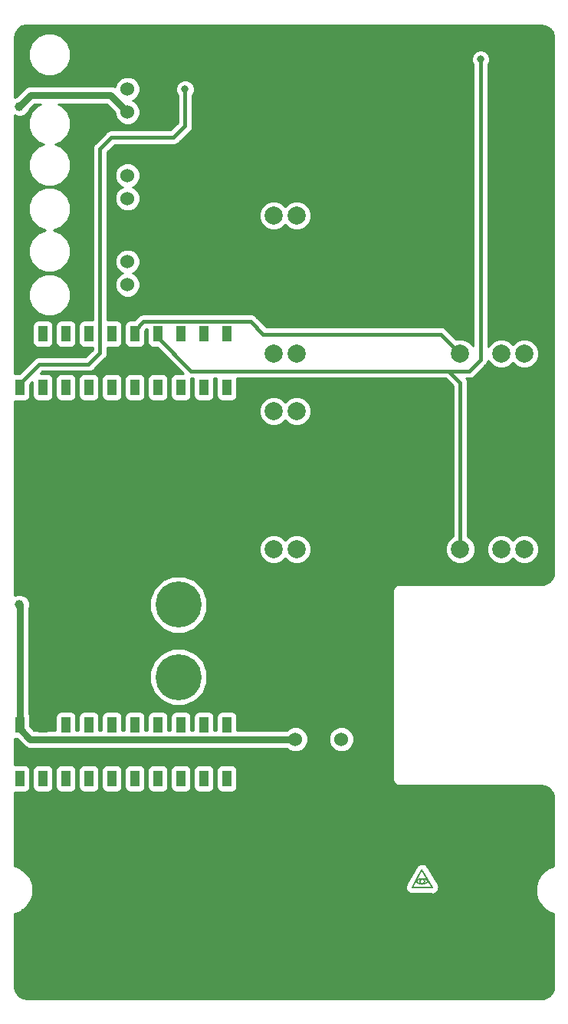
<source format=gbr>
G04 #@! TF.GenerationSoftware,KiCad,Pcbnew,(5.0.0)*
G04 #@! TF.CreationDate,2018-12-18T18:47:31-06:00*
G04 #@! TF.ProjectId,LightingBoard_Hardware,4C69676874696E67426F6172645F4861,rev?*
G04 #@! TF.SameCoordinates,Original*
G04 #@! TF.FileFunction,Copper,L2,Bot,Signal*
G04 #@! TF.FilePolarity,Positive*
%FSLAX46Y46*%
G04 Gerber Fmt 4.6, Leading zero omitted, Abs format (unit mm)*
G04 Created by KiCad (PCBNEW (5.0.0)) date 12/18/18 18:47:31*
%MOMM*%
%LPD*%
G01*
G04 APERTURE LIST*
G04 #@! TA.AperFunction,EtchedComponent*
%ADD10C,0.150000*%
G04 #@! TD*
G04 #@! TA.AperFunction,SMDPad,CuDef*
%ADD11R,0.990600X1.778000*%
G04 #@! TD*
G04 #@! TA.AperFunction,ComponentPad*
%ADD12C,2.000000*%
G04 #@! TD*
G04 #@! TA.AperFunction,ComponentPad*
%ADD13C,5.080000*%
G04 #@! TD*
G04 #@! TA.AperFunction,ComponentPad*
%ADD14C,1.524000*%
G04 #@! TD*
G04 #@! TA.AperFunction,ViaPad*
%ADD15C,1.000000*%
G04 #@! TD*
G04 #@! TA.AperFunction,ViaPad*
%ADD16C,0.800000*%
G04 #@! TD*
G04 #@! TA.AperFunction,Conductor*
%ADD17C,0.762000*%
G04 #@! TD*
G04 #@! TA.AperFunction,Conductor*
%ADD18C,0.381000*%
G04 #@! TD*
G04 #@! TA.AperFunction,Conductor*
%ADD19C,0.254000*%
G04 #@! TD*
G04 APERTURE END LIST*
D10*
G04 #@! TO.C,G\002A\002A\002A*
X148346160Y-136022080D02*
X147193000Y-134056120D01*
X147193000Y-134056120D02*
X146095720Y-135991600D01*
X146095720Y-135991600D02*
X148336000Y-136011920D01*
X147478821Y-135351520D02*
G75*
G03X147478821Y-135351520I-260421J0D01*
G01*
X146482683Y-135350587D02*
G75*
G02X147944840Y-135351520I730637J-691813D01*
G01*
X147889280Y-135355767D02*
G75*
G02X146491960Y-135341360I-691200J730687D01*
G01*
G04 #@! TD*
D11*
G04 #@! TO.P,U3,+5V*
G04 #@! TO.N,+5V*
X102768001Y-118083601D03*
G04 #@! TO.P,U3,GND*
G04 #@! TO.N,GND*
X105308001Y-118083601D03*
G04 #@! TO.P,U3,PE0*
G04 #@! TO.N,Net-(U3-PadPE0)*
X107848001Y-118083601D03*
G04 #@! TO.P,U3,PE1*
G04 #@! TO.N,Net-(U3-PadPE1)*
X110388001Y-118083601D03*
G04 #@! TO.P,U3,PE2*
G04 #@! TO.N,Net-(U3-PadPE2)*
X112928001Y-118083601D03*
G04 #@! TO.P,U3,PE3*
G04 #@! TO.N,Net-(U3-PadPE3)*
X115468001Y-118083601D03*
G04 #@! TO.P,U3,PD7*
G04 #@! TO.N,Net-(U3-PadPD7)*
X118008001Y-118083601D03*
G04 #@! TO.P,U3,PA6*
G04 #@! TO.N,Net-(U3-PadPA6)*
X120548001Y-118083601D03*
G04 #@! TO.P,U3,PM4*
G04 #@! TO.N,Net-(U3-PadPM4)*
X123088001Y-118083601D03*
G04 #@! TO.P,U3,PM5*
G04 #@! TO.N,Net-(U3-PadPM5)*
X125628001Y-118083601D03*
G04 #@! TO.P,U3,+3V3*
G04 #@! TO.N,Net-(U3-Pad+3V3)*
X102768001Y-123976401D03*
G04 #@! TO.P,U3,PE4*
G04 #@! TO.N,Net-(U3-PadPE4)*
X105308001Y-123976401D03*
G04 #@! TO.P,U3,PC4*
G04 #@! TO.N,Net-(U3-PadPC4)*
X107848001Y-123976401D03*
G04 #@! TO.P,U3,PC5*
G04 #@! TO.N,Net-(U3-PadPC5)*
X110388001Y-123976401D03*
G04 #@! TO.P,U3,PC6*
G04 #@! TO.N,Net-(U3-PadPC6)*
X112928001Y-123976401D03*
G04 #@! TO.P,U3,PE5*
G04 #@! TO.N,Net-(U3-PadPE5)*
X115468001Y-123976401D03*
G04 #@! TO.P,U3,PD3*
G04 #@! TO.N,Net-(U3-PadPD3)*
X118008001Y-123976401D03*
G04 #@! TO.P,U3,PC7*
G04 #@! TO.N,Net-(U3-PadPC7)*
X120548001Y-123976401D03*
G04 #@! TO.P,U3,PB2*
G04 #@! TO.N,Net-(U3-PadPB2)*
X123088001Y-123976401D03*
G04 #@! TO.P,U3,PB3*
G04 #@! TO.N,Net-(U3-PadPB3)*
X125628001Y-123976401D03*
G04 #@! TO.P,U3,PF1*
G04 #@! TO.N,Dout_NeoPixel*
X102768001Y-80796401D03*
G04 #@! TO.P,U3,PF2*
G04 #@! TO.N,Net-(U3-PadPF2)*
X105308001Y-80796401D03*
G04 #@! TO.P,U3,PF3*
G04 #@! TO.N,Net-(U3-PadPF3)*
X107848001Y-80796401D03*
G04 #@! TO.P,U3,PG0*
G04 #@! TO.N,Net-(U3-PadPG0)*
X110388001Y-80796401D03*
G04 #@! TO.P,U3,PL4*
G04 #@! TO.N,Net-(U3-PadPL4)*
X112928001Y-80796401D03*
G04 #@! TO.P,U3,PL5*
G04 #@! TO.N,Net-(U3-PadPL5)*
X115468001Y-80796401D03*
G04 #@! TO.P,U3,PL0*
G04 #@! TO.N,Net-(U3-PadPL0)*
X118008001Y-80796401D03*
G04 #@! TO.P,U3,PL1*
G04 #@! TO.N,Net-(U3-PadPL1)*
X120548001Y-80796401D03*
G04 #@! TO.P,U3,PL2*
G04 #@! TO.N,Net-(U3-PadPL2)*
X123088001Y-80796401D03*
G04 #@! TO.P,U3,PL3*
G04 #@! TO.N,Net-(U3-PadPL3)*
X125628001Y-80796401D03*
G04 #@! TO.P,U3,GND*
G04 #@! TO.N,GND*
X102768001Y-74903601D03*
G04 #@! TO.P,U3,PM3*
G04 #@! TO.N,Net-(U3-PadPM3)*
X105308001Y-74903601D03*
G04 #@! TO.P,U3,PH2*
G04 #@! TO.N,Net-(U3-PadPH2)*
X107848001Y-74903601D03*
G04 #@! TO.P,U3,PH3*
G04 #@! TO.N,Net-(U3-PadPH3)*
X110388001Y-74903601D03*
G04 #@! TO.P,U3,Rese*
G04 #@! TO.N,Net-(U3-PadRese)*
X112928001Y-74903601D03*
G04 #@! TO.P,U3,PD1*
G04 #@! TO.N,Headlight_OnOff_PWM2*
X115468001Y-74903601D03*
G04 #@! TO.P,U3,PD0*
G04 #@! TO.N,Headlight_OnOff_PWM1*
X118008001Y-74903601D03*
G04 #@! TO.P,U3,PN2*
G04 #@! TO.N,Net-(U3-PadPN2)*
X120548001Y-74903601D03*
G04 #@! TO.P,U3,PN3*
G04 #@! TO.N,Net-(U3-PadPN3)*
X123088001Y-74903601D03*
G04 #@! TO.P,U3,PP2*
G04 #@! TO.N,Net-(U3-PadPP2)*
X125628001Y-74903601D03*
G04 #@! TD*
D12*
G04 #@! TO.P,U1,12*
G04 #@! TO.N,/Headlight_V1-*
X130810000Y-83439000D03*
G04 #@! TO.P,U1,11*
X133350000Y-83439000D03*
G04 #@! TO.P,U1,13*
G04 #@! TO.N,/Headlight_V1+*
X130810000Y-98679000D03*
G04 #@! TO.P,U1,14*
X133350000Y-98679000D03*
G04 #@! TO.P,U1,21*
G04 #@! TO.N,Headlight_OnOff_PWM1*
X151416000Y-98679000D03*
G04 #@! TO.P,U1,24*
G04 #@! TO.N,+12VA*
X158496000Y-98679000D03*
G04 #@! TO.P,U1,1*
G04 #@! TO.N,GND*
X158496000Y-83439000D03*
G04 #@! TO.P,U1,23*
G04 #@! TO.N,+12VA*
X155956000Y-98679000D03*
G04 #@! TO.P,U1,2*
G04 #@! TO.N,GND*
X155956000Y-83439000D03*
G04 #@! TD*
D13*
G04 #@! TO.P,Conn1,3*
G04 #@! TO.N,Net-(C2-Pad1)*
X120294400Y-112775000D03*
G04 #@! TO.P,Conn1,2*
G04 #@! TO.N,+12VA*
X120294400Y-104776000D03*
G04 #@! TO.P,Conn1,1*
G04 #@! TO.N,GND*
X120294400Y-96775000D03*
G04 #@! TD*
D14*
G04 #@! TO.P,Conn2,1*
G04 #@! TO.N,/Headlight_V1+*
X114681000Y-69469000D03*
G04 #@! TO.P,Conn2,2*
G04 #@! TO.N,/Headlight_V1-*
X114681000Y-66929000D03*
G04 #@! TD*
G04 #@! TO.P,Conn3,2*
G04 #@! TO.N,/Headlight_V2-*
X114681000Y-57404000D03*
G04 #@! TO.P,Conn3,1*
G04 #@! TO.N,/Headlight_V2+*
X114681000Y-59944000D03*
G04 #@! TD*
G04 #@! TO.P,Conn4,1*
G04 #@! TO.N,+5V*
X114681000Y-50419000D03*
G04 #@! TO.P,Conn4,2*
G04 #@! TO.N,Net-(Conn4-Pad2)*
X114681000Y-47879000D03*
G04 #@! TO.P,Conn4,3*
G04 #@! TO.N,GND*
X114681000Y-45339000D03*
G04 #@! TD*
D12*
G04 #@! TO.P,U2,2*
G04 #@! TO.N,GND*
X155956000Y-61849000D03*
G04 #@! TO.P,U2,23*
G04 #@! TO.N,+12VA*
X155956000Y-77089000D03*
G04 #@! TO.P,U2,1*
G04 #@! TO.N,GND*
X158496000Y-61849000D03*
G04 #@! TO.P,U2,24*
G04 #@! TO.N,+12VA*
X158496000Y-77089000D03*
G04 #@! TO.P,U2,21*
G04 #@! TO.N,Headlight_OnOff_PWM2*
X151416000Y-77089000D03*
G04 #@! TO.P,U2,14*
G04 #@! TO.N,/Headlight_V2+*
X133350000Y-77089000D03*
G04 #@! TO.P,U2,13*
X130810000Y-77089000D03*
G04 #@! TO.P,U2,11*
G04 #@! TO.N,/Headlight_V2-*
X133350000Y-61849000D03*
G04 #@! TO.P,U2,12*
X130810000Y-61849000D03*
G04 #@! TD*
D14*
G04 #@! TO.P,U4,1*
G04 #@! TO.N,Net-(C2-Pad1)*
X138303000Y-119634000D03*
G04 #@! TO.P,U4,2*
G04 #@! TO.N,GND*
X135763000Y-119634000D03*
G04 #@! TO.P,U4,3*
G04 #@! TO.N,+5V*
X133223000Y-119634000D03*
G04 #@! TD*
D15*
G04 #@! TO.N,+5V*
X102743000Y-104775000D03*
X102743000Y-49784000D03*
D16*
G04 #@! TO.N,Dout_NeoPixel*
X121031000Y-47879000D03*
G04 #@! TO.N,Headlight_OnOff_PWM1*
X153670000Y-44605000D03*
G04 #@! TD*
D17*
G04 #@! TO.N,+5V*
X102768001Y-118477301D02*
X102768001Y-118083601D01*
X102768001Y-118477301D02*
X103924700Y-119634000D01*
X133223000Y-119634000D02*
X103924700Y-119634000D01*
X102768001Y-118083601D02*
X102768001Y-104800001D01*
X102768001Y-104800001D02*
X102743000Y-104775000D01*
X102743000Y-49784000D02*
X104013000Y-48514000D01*
X114681000Y-50419000D02*
X112776000Y-48514000D01*
X112776000Y-48514000D02*
X104013000Y-48514000D01*
D18*
G04 #@! TO.N,Dout_NeoPixel*
X102768001Y-80402701D02*
X104938702Y-78232000D01*
X102768001Y-80796401D02*
X102768001Y-80402701D01*
X104938702Y-78232000D02*
X110363000Y-78232000D01*
X110363000Y-78232000D02*
X111633000Y-76962000D01*
X111633000Y-76962000D02*
X111633000Y-54483000D01*
X111633000Y-54483000D02*
X112903000Y-53213000D01*
X112903000Y-53213000D02*
X119761000Y-53213000D01*
X119761000Y-53213000D02*
X121031000Y-51943000D01*
X121031000Y-51943000D02*
X121031000Y-47879000D01*
G04 #@! TO.N,Headlight_OnOff_PWM1*
X118008001Y-74903601D02*
X118008001Y-75297301D01*
X118008001Y-75297301D02*
X121704700Y-78994000D01*
X150114000Y-78994000D02*
X121704700Y-78994000D01*
X151416000Y-80296000D02*
X151416000Y-80296000D01*
X150114000Y-78994000D02*
X150114000Y-78994000D01*
X153670000Y-44605000D02*
X153670000Y-77724000D01*
X153670000Y-77724000D02*
X152400000Y-78994000D01*
X152400000Y-78994000D02*
X150114000Y-78994000D01*
X151416000Y-98679000D02*
X151416000Y-80296000D01*
X151416000Y-80296000D02*
X150114000Y-78994000D01*
G04 #@! TO.N,Headlight_OnOff_PWM2*
X115468001Y-74903601D02*
X115468001Y-75297301D01*
X149257000Y-74930000D02*
X151416000Y-77089000D01*
X129667000Y-74930000D02*
X149257000Y-74930000D01*
X128262951Y-73525951D02*
X129667000Y-74930000D01*
X116451951Y-73525951D02*
X128262951Y-73525951D01*
X115468001Y-74509901D02*
X116451951Y-73525951D01*
X115468001Y-74903601D02*
X115468001Y-74509901D01*
G04 #@! TD*
D19*
G04 #@! TO.N,GND*
G36*
X160795409Y-40902090D02*
X161134752Y-41056381D01*
X161417152Y-41299712D01*
X161619906Y-41612523D01*
X161733748Y-41993184D01*
X161748400Y-42190350D01*
X161748401Y-101168412D01*
X161688310Y-101588009D01*
X161534019Y-101927352D01*
X161290688Y-102209752D01*
X160977879Y-102412506D01*
X160597215Y-102526348D01*
X160400049Y-102541000D01*
X144748326Y-102541000D01*
X144678400Y-102527091D01*
X144608475Y-102541000D01*
X144608474Y-102541000D01*
X144401372Y-102582195D01*
X144166519Y-102739119D01*
X144009595Y-102973972D01*
X143954491Y-103251000D01*
X143968401Y-103320931D01*
X143968400Y-124009074D01*
X143954491Y-124079000D01*
X144009595Y-124356028D01*
X144166519Y-124590881D01*
X144401372Y-124747805D01*
X144560971Y-124779551D01*
X144678400Y-124802909D01*
X144748325Y-124789000D01*
X160375819Y-124789000D01*
X160795409Y-124849090D01*
X161134752Y-125003381D01*
X161417152Y-125246712D01*
X161619906Y-125559523D01*
X161733748Y-125940184D01*
X161748401Y-126137363D01*
X161748400Y-133628281D01*
X161662891Y-133654423D01*
X161570433Y-133681460D01*
X161562559Y-133685098D01*
X161041044Y-133929948D01*
X160960475Y-133982872D01*
X160879327Y-134034768D01*
X160872790Y-134040470D01*
X160440958Y-134421851D01*
X160378496Y-134495244D01*
X160315160Y-134567847D01*
X160310487Y-134575154D01*
X160003054Y-135062407D01*
X159963698Y-135150387D01*
X159923289Y-135237840D01*
X159920857Y-135246160D01*
X159920854Y-135246166D01*
X159920853Y-135246173D01*
X159762534Y-135800118D01*
X159749456Y-135895586D01*
X159735213Y-135990890D01*
X159735213Y-135999564D01*
X159738733Y-136575687D01*
X159752988Y-136671068D01*
X159766054Y-136766455D01*
X159768488Y-136774781D01*
X159933564Y-137326758D01*
X159973991Y-137414250D01*
X160013330Y-137502194D01*
X160018003Y-137509501D01*
X160331366Y-137992961D01*
X160394728Y-138065594D01*
X160457163Y-138138955D01*
X160463696Y-138144654D01*
X160463700Y-138144658D01*
X160463705Y-138144661D01*
X160900159Y-138520734D01*
X160981342Y-138572653D01*
X161061875Y-138625554D01*
X161069746Y-138629190D01*
X161069749Y-138629192D01*
X161069752Y-138629193D01*
X161594217Y-138867653D01*
X161686709Y-138894700D01*
X161748401Y-138913561D01*
X161748400Y-146888418D01*
X161688310Y-147308009D01*
X161534019Y-147647352D01*
X161290688Y-147929752D01*
X160977879Y-148132506D01*
X160597215Y-148246348D01*
X160400049Y-148261000D01*
X103580981Y-148261000D01*
X103161391Y-148200910D01*
X102822048Y-148046619D01*
X102539648Y-147803288D01*
X102336894Y-147490479D01*
X102223052Y-147109815D01*
X102208400Y-146912649D01*
X102208400Y-138913719D01*
X102293909Y-138887577D01*
X102386367Y-138860540D01*
X102394241Y-138856902D01*
X102915756Y-138612052D01*
X102996325Y-138559128D01*
X103077473Y-138507232D01*
X103084010Y-138501530D01*
X103515842Y-138120149D01*
X103578287Y-138046776D01*
X103641640Y-137974153D01*
X103646313Y-137966846D01*
X103953746Y-137479593D01*
X103993087Y-137391645D01*
X104033511Y-137304160D01*
X104035945Y-137295835D01*
X104194266Y-136741882D01*
X104207343Y-136646421D01*
X104221587Y-136551111D01*
X104221587Y-136542436D01*
X104218182Y-135985035D01*
X145371841Y-135985035D01*
X145390595Y-136084001D01*
X145397971Y-136184445D01*
X145416677Y-136221639D01*
X145424430Y-136262550D01*
X145479627Y-136346802D01*
X145524882Y-136436783D01*
X145556401Y-136463990D01*
X145579218Y-136498817D01*
X145662454Y-136555532D01*
X145738699Y-136621345D01*
X145778229Y-136634418D01*
X145812638Y-136657864D01*
X145911243Y-136678409D01*
X146006869Y-136710035D01*
X146118527Y-136701836D01*
X148158969Y-136720343D01*
X148163615Y-136722595D01*
X148445586Y-136739128D01*
X148606320Y-136683329D01*
X148606950Y-136683210D01*
X148607272Y-136682999D01*
X148712420Y-136646497D01*
X148923494Y-136458804D01*
X149046675Y-136204624D01*
X149056692Y-136033779D01*
X149059879Y-136018485D01*
X149058130Y-136009256D01*
X149063208Y-135922653D01*
X149015886Y-135786335D01*
X149007289Y-135740970D01*
X148979675Y-135698820D01*
X147817002Y-133716642D01*
X147763838Y-133610937D01*
X147692419Y-133549290D01*
X147629725Y-133478785D01*
X147586433Y-133457805D01*
X147550021Y-133426375D01*
X147460450Y-133396752D01*
X147375544Y-133355605D01*
X147327521Y-133352789D01*
X147281851Y-133337685D01*
X147187760Y-133344594D01*
X147093574Y-133339072D01*
X147048129Y-133354848D01*
X147000154Y-133358371D01*
X146915867Y-133400763D01*
X146826740Y-133431703D01*
X146790793Y-133463668D01*
X146747816Y-133485283D01*
X146686169Y-133556702D01*
X146615665Y-133619395D01*
X146564066Y-133725870D01*
X145492500Y-135615993D01*
X145429456Y-135708518D01*
X145408911Y-135807122D01*
X145377285Y-135902749D01*
X145380334Y-135944273D01*
X145371841Y-135985035D01*
X104218182Y-135985035D01*
X104218067Y-135966313D01*
X104203814Y-135870943D01*
X104190746Y-135775544D01*
X104188312Y-135767219D01*
X104023236Y-135215241D01*
X103982818Y-135127769D01*
X103943471Y-135039806D01*
X103938797Y-135032499D01*
X103625434Y-134549040D01*
X103562107Y-134476447D01*
X103499637Y-134403045D01*
X103493100Y-134397343D01*
X103056641Y-134021266D01*
X102975458Y-133969347D01*
X102894925Y-133916446D01*
X102887054Y-133912810D01*
X102887051Y-133912808D01*
X102887048Y-133912807D01*
X102362583Y-133674347D01*
X102270091Y-133647300D01*
X102208400Y-133628439D01*
X102208400Y-125500051D01*
X102272701Y-125512841D01*
X103263301Y-125512841D01*
X103511066Y-125463558D01*
X103721110Y-125323210D01*
X103861458Y-125113166D01*
X103910741Y-124865401D01*
X103910741Y-123087401D01*
X104165261Y-123087401D01*
X104165261Y-124865401D01*
X104214544Y-125113166D01*
X104354892Y-125323210D01*
X104564936Y-125463558D01*
X104812701Y-125512841D01*
X105803301Y-125512841D01*
X106051066Y-125463558D01*
X106261110Y-125323210D01*
X106401458Y-125113166D01*
X106450741Y-124865401D01*
X106450741Y-123087401D01*
X106705261Y-123087401D01*
X106705261Y-124865401D01*
X106754544Y-125113166D01*
X106894892Y-125323210D01*
X107104936Y-125463558D01*
X107352701Y-125512841D01*
X108343301Y-125512841D01*
X108591066Y-125463558D01*
X108801110Y-125323210D01*
X108941458Y-125113166D01*
X108990741Y-124865401D01*
X108990741Y-123087401D01*
X109245261Y-123087401D01*
X109245261Y-124865401D01*
X109294544Y-125113166D01*
X109434892Y-125323210D01*
X109644936Y-125463558D01*
X109892701Y-125512841D01*
X110883301Y-125512841D01*
X111131066Y-125463558D01*
X111341110Y-125323210D01*
X111481458Y-125113166D01*
X111530741Y-124865401D01*
X111530741Y-123087401D01*
X111785261Y-123087401D01*
X111785261Y-124865401D01*
X111834544Y-125113166D01*
X111974892Y-125323210D01*
X112184936Y-125463558D01*
X112432701Y-125512841D01*
X113423301Y-125512841D01*
X113671066Y-125463558D01*
X113881110Y-125323210D01*
X114021458Y-125113166D01*
X114070741Y-124865401D01*
X114070741Y-123087401D01*
X114325261Y-123087401D01*
X114325261Y-124865401D01*
X114374544Y-125113166D01*
X114514892Y-125323210D01*
X114724936Y-125463558D01*
X114972701Y-125512841D01*
X115963301Y-125512841D01*
X116211066Y-125463558D01*
X116421110Y-125323210D01*
X116561458Y-125113166D01*
X116610741Y-124865401D01*
X116610741Y-123087401D01*
X116865261Y-123087401D01*
X116865261Y-124865401D01*
X116914544Y-125113166D01*
X117054892Y-125323210D01*
X117264936Y-125463558D01*
X117512701Y-125512841D01*
X118503301Y-125512841D01*
X118751066Y-125463558D01*
X118961110Y-125323210D01*
X119101458Y-125113166D01*
X119150741Y-124865401D01*
X119150741Y-123087401D01*
X119405261Y-123087401D01*
X119405261Y-124865401D01*
X119454544Y-125113166D01*
X119594892Y-125323210D01*
X119804936Y-125463558D01*
X120052701Y-125512841D01*
X121043301Y-125512841D01*
X121291066Y-125463558D01*
X121501110Y-125323210D01*
X121641458Y-125113166D01*
X121690741Y-124865401D01*
X121690741Y-123087401D01*
X121945261Y-123087401D01*
X121945261Y-124865401D01*
X121994544Y-125113166D01*
X122134892Y-125323210D01*
X122344936Y-125463558D01*
X122592701Y-125512841D01*
X123583301Y-125512841D01*
X123831066Y-125463558D01*
X124041110Y-125323210D01*
X124181458Y-125113166D01*
X124230741Y-124865401D01*
X124230741Y-123087401D01*
X124485261Y-123087401D01*
X124485261Y-124865401D01*
X124534544Y-125113166D01*
X124674892Y-125323210D01*
X124884936Y-125463558D01*
X125132701Y-125512841D01*
X126123301Y-125512841D01*
X126371066Y-125463558D01*
X126581110Y-125323210D01*
X126721458Y-125113166D01*
X126770741Y-124865401D01*
X126770741Y-123087401D01*
X126721458Y-122839636D01*
X126581110Y-122629592D01*
X126371066Y-122489244D01*
X126123301Y-122439961D01*
X125132701Y-122439961D01*
X124884936Y-122489244D01*
X124674892Y-122629592D01*
X124534544Y-122839636D01*
X124485261Y-123087401D01*
X124230741Y-123087401D01*
X124181458Y-122839636D01*
X124041110Y-122629592D01*
X123831066Y-122489244D01*
X123583301Y-122439961D01*
X122592701Y-122439961D01*
X122344936Y-122489244D01*
X122134892Y-122629592D01*
X121994544Y-122839636D01*
X121945261Y-123087401D01*
X121690741Y-123087401D01*
X121641458Y-122839636D01*
X121501110Y-122629592D01*
X121291066Y-122489244D01*
X121043301Y-122439961D01*
X120052701Y-122439961D01*
X119804936Y-122489244D01*
X119594892Y-122629592D01*
X119454544Y-122839636D01*
X119405261Y-123087401D01*
X119150741Y-123087401D01*
X119101458Y-122839636D01*
X118961110Y-122629592D01*
X118751066Y-122489244D01*
X118503301Y-122439961D01*
X117512701Y-122439961D01*
X117264936Y-122489244D01*
X117054892Y-122629592D01*
X116914544Y-122839636D01*
X116865261Y-123087401D01*
X116610741Y-123087401D01*
X116561458Y-122839636D01*
X116421110Y-122629592D01*
X116211066Y-122489244D01*
X115963301Y-122439961D01*
X114972701Y-122439961D01*
X114724936Y-122489244D01*
X114514892Y-122629592D01*
X114374544Y-122839636D01*
X114325261Y-123087401D01*
X114070741Y-123087401D01*
X114021458Y-122839636D01*
X113881110Y-122629592D01*
X113671066Y-122489244D01*
X113423301Y-122439961D01*
X112432701Y-122439961D01*
X112184936Y-122489244D01*
X111974892Y-122629592D01*
X111834544Y-122839636D01*
X111785261Y-123087401D01*
X111530741Y-123087401D01*
X111481458Y-122839636D01*
X111341110Y-122629592D01*
X111131066Y-122489244D01*
X110883301Y-122439961D01*
X109892701Y-122439961D01*
X109644936Y-122489244D01*
X109434892Y-122629592D01*
X109294544Y-122839636D01*
X109245261Y-123087401D01*
X108990741Y-123087401D01*
X108941458Y-122839636D01*
X108801110Y-122629592D01*
X108591066Y-122489244D01*
X108343301Y-122439961D01*
X107352701Y-122439961D01*
X107104936Y-122489244D01*
X106894892Y-122629592D01*
X106754544Y-122839636D01*
X106705261Y-123087401D01*
X106450741Y-123087401D01*
X106401458Y-122839636D01*
X106261110Y-122629592D01*
X106051066Y-122489244D01*
X105803301Y-122439961D01*
X104812701Y-122439961D01*
X104564936Y-122489244D01*
X104354892Y-122629592D01*
X104214544Y-122839636D01*
X104165261Y-123087401D01*
X103910741Y-123087401D01*
X103861458Y-122839636D01*
X103721110Y-122629592D01*
X103511066Y-122489244D01*
X103263301Y-122439961D01*
X102272701Y-122439961D01*
X102208400Y-122452751D01*
X102208400Y-119607251D01*
X102272701Y-119620041D01*
X102473901Y-119620041D01*
X103135522Y-120281663D01*
X103192205Y-120366495D01*
X103434075Y-120528107D01*
X103528275Y-120591050D01*
X103528276Y-120591050D01*
X103528277Y-120591051D01*
X103824635Y-120650000D01*
X103924699Y-120669904D01*
X104024763Y-120650000D01*
X132263343Y-120650000D01*
X132431663Y-120818320D01*
X132945119Y-121031000D01*
X133500881Y-121031000D01*
X134014337Y-120818320D01*
X134407320Y-120425337D01*
X134620000Y-119911881D01*
X134620000Y-119356119D01*
X136906000Y-119356119D01*
X136906000Y-119911881D01*
X137118680Y-120425337D01*
X137511663Y-120818320D01*
X138025119Y-121031000D01*
X138580881Y-121031000D01*
X139094337Y-120818320D01*
X139487320Y-120425337D01*
X139700000Y-119911881D01*
X139700000Y-119356119D01*
X139487320Y-118842663D01*
X139094337Y-118449680D01*
X138580881Y-118237000D01*
X138025119Y-118237000D01*
X137511663Y-118449680D01*
X137118680Y-118842663D01*
X136906000Y-119356119D01*
X134620000Y-119356119D01*
X134407320Y-118842663D01*
X134014337Y-118449680D01*
X133500881Y-118237000D01*
X132945119Y-118237000D01*
X132431663Y-118449680D01*
X132263343Y-118618000D01*
X126770741Y-118618000D01*
X126770741Y-117194601D01*
X126721458Y-116946836D01*
X126581110Y-116736792D01*
X126371066Y-116596444D01*
X126123301Y-116547161D01*
X125132701Y-116547161D01*
X124884936Y-116596444D01*
X124674892Y-116736792D01*
X124534544Y-116946836D01*
X124485261Y-117194601D01*
X124485261Y-118618000D01*
X124230741Y-118618000D01*
X124230741Y-117194601D01*
X124181458Y-116946836D01*
X124041110Y-116736792D01*
X123831066Y-116596444D01*
X123583301Y-116547161D01*
X122592701Y-116547161D01*
X122344936Y-116596444D01*
X122134892Y-116736792D01*
X121994544Y-116946836D01*
X121945261Y-117194601D01*
X121945261Y-118618000D01*
X121690741Y-118618000D01*
X121690741Y-117194601D01*
X121641458Y-116946836D01*
X121501110Y-116736792D01*
X121291066Y-116596444D01*
X121043301Y-116547161D01*
X120052701Y-116547161D01*
X119804936Y-116596444D01*
X119594892Y-116736792D01*
X119454544Y-116946836D01*
X119405261Y-117194601D01*
X119405261Y-118618000D01*
X119150741Y-118618000D01*
X119150741Y-117194601D01*
X119101458Y-116946836D01*
X118961110Y-116736792D01*
X118751066Y-116596444D01*
X118503301Y-116547161D01*
X117512701Y-116547161D01*
X117264936Y-116596444D01*
X117054892Y-116736792D01*
X116914544Y-116946836D01*
X116865261Y-117194601D01*
X116865261Y-118618000D01*
X116610741Y-118618000D01*
X116610741Y-117194601D01*
X116561458Y-116946836D01*
X116421110Y-116736792D01*
X116211066Y-116596444D01*
X115963301Y-116547161D01*
X114972701Y-116547161D01*
X114724936Y-116596444D01*
X114514892Y-116736792D01*
X114374544Y-116946836D01*
X114325261Y-117194601D01*
X114325261Y-118618000D01*
X114070741Y-118618000D01*
X114070741Y-117194601D01*
X114021458Y-116946836D01*
X113881110Y-116736792D01*
X113671066Y-116596444D01*
X113423301Y-116547161D01*
X112432701Y-116547161D01*
X112184936Y-116596444D01*
X111974892Y-116736792D01*
X111834544Y-116946836D01*
X111785261Y-117194601D01*
X111785261Y-118618000D01*
X111530741Y-118618000D01*
X111530741Y-117194601D01*
X111481458Y-116946836D01*
X111341110Y-116736792D01*
X111131066Y-116596444D01*
X110883301Y-116547161D01*
X109892701Y-116547161D01*
X109644936Y-116596444D01*
X109434892Y-116736792D01*
X109294544Y-116946836D01*
X109245261Y-117194601D01*
X109245261Y-118618000D01*
X108990741Y-118618000D01*
X108990741Y-117194601D01*
X108941458Y-116946836D01*
X108801110Y-116736792D01*
X108591066Y-116596444D01*
X108343301Y-116547161D01*
X107352701Y-116547161D01*
X107104936Y-116596444D01*
X106894892Y-116736792D01*
X106754544Y-116946836D01*
X106705261Y-117194601D01*
X106705261Y-118618000D01*
X104345541Y-118618000D01*
X103910741Y-118183201D01*
X103910741Y-117194601D01*
X103861458Y-116946836D01*
X103784001Y-116830914D01*
X103784001Y-112143453D01*
X117119400Y-112143453D01*
X117119400Y-113406547D01*
X117602765Y-114573493D01*
X118495907Y-115466635D01*
X119662853Y-115950000D01*
X120925947Y-115950000D01*
X122092893Y-115466635D01*
X122986035Y-114573493D01*
X123469400Y-113406547D01*
X123469400Y-112143453D01*
X122986035Y-110976507D01*
X122092893Y-110083365D01*
X120925947Y-109600000D01*
X119662853Y-109600000D01*
X118495907Y-110083365D01*
X117602765Y-110976507D01*
X117119400Y-112143453D01*
X103784001Y-112143453D01*
X103784001Y-105227700D01*
X103878000Y-105000766D01*
X103878000Y-104549234D01*
X103710335Y-104144453D01*
X117119400Y-104144453D01*
X117119400Y-105407547D01*
X117602765Y-106574493D01*
X118495907Y-107467635D01*
X119662853Y-107951000D01*
X120925947Y-107951000D01*
X122092893Y-107467635D01*
X122986035Y-106574493D01*
X123469400Y-105407547D01*
X123469400Y-104144453D01*
X122986035Y-102977507D01*
X122092893Y-102084365D01*
X120925947Y-101601000D01*
X119662853Y-101601000D01*
X118495907Y-102084365D01*
X117602765Y-102977507D01*
X117119400Y-104144453D01*
X103710335Y-104144453D01*
X103705207Y-104132074D01*
X103385926Y-103812793D01*
X102968766Y-103640000D01*
X102517234Y-103640000D01*
X102208400Y-103767923D01*
X102208400Y-98353778D01*
X129175000Y-98353778D01*
X129175000Y-99004222D01*
X129423914Y-99605153D01*
X129883847Y-100065086D01*
X130484778Y-100314000D01*
X131135222Y-100314000D01*
X131736153Y-100065086D01*
X132080000Y-99721239D01*
X132423847Y-100065086D01*
X133024778Y-100314000D01*
X133675222Y-100314000D01*
X134276153Y-100065086D01*
X134736086Y-99605153D01*
X134985000Y-99004222D01*
X134985000Y-98353778D01*
X134736086Y-97752847D01*
X134276153Y-97292914D01*
X133675222Y-97044000D01*
X133024778Y-97044000D01*
X132423847Y-97292914D01*
X132080000Y-97636761D01*
X131736153Y-97292914D01*
X131135222Y-97044000D01*
X130484778Y-97044000D01*
X129883847Y-97292914D01*
X129423914Y-97752847D01*
X129175000Y-98353778D01*
X102208400Y-98353778D01*
X102208400Y-83113778D01*
X129175000Y-83113778D01*
X129175000Y-83764222D01*
X129423914Y-84365153D01*
X129883847Y-84825086D01*
X130484778Y-85074000D01*
X131135222Y-85074000D01*
X131736153Y-84825086D01*
X132080000Y-84481239D01*
X132423847Y-84825086D01*
X133024778Y-85074000D01*
X133675222Y-85074000D01*
X134276153Y-84825086D01*
X134736086Y-84365153D01*
X134985000Y-83764222D01*
X134985000Y-83113778D01*
X134736086Y-82512847D01*
X134276153Y-82052914D01*
X133675222Y-81804000D01*
X133024778Y-81804000D01*
X132423847Y-82052914D01*
X132080000Y-82396761D01*
X131736153Y-82052914D01*
X131135222Y-81804000D01*
X130484778Y-81804000D01*
X129883847Y-82052914D01*
X129423914Y-82512847D01*
X129175000Y-83113778D01*
X102208400Y-83113778D01*
X102208400Y-82320051D01*
X102272701Y-82332841D01*
X103263301Y-82332841D01*
X103511066Y-82283558D01*
X103721110Y-82143210D01*
X103861458Y-81933166D01*
X103910741Y-81685401D01*
X103910741Y-80427393D01*
X104165261Y-80172873D01*
X104165261Y-81685401D01*
X104214544Y-81933166D01*
X104354892Y-82143210D01*
X104564936Y-82283558D01*
X104812701Y-82332841D01*
X105803301Y-82332841D01*
X106051066Y-82283558D01*
X106261110Y-82143210D01*
X106401458Y-81933166D01*
X106450741Y-81685401D01*
X106450741Y-79907401D01*
X106705261Y-79907401D01*
X106705261Y-81685401D01*
X106754544Y-81933166D01*
X106894892Y-82143210D01*
X107104936Y-82283558D01*
X107352701Y-82332841D01*
X108343301Y-82332841D01*
X108591066Y-82283558D01*
X108801110Y-82143210D01*
X108941458Y-81933166D01*
X108990741Y-81685401D01*
X108990741Y-79907401D01*
X109245261Y-79907401D01*
X109245261Y-81685401D01*
X109294544Y-81933166D01*
X109434892Y-82143210D01*
X109644936Y-82283558D01*
X109892701Y-82332841D01*
X110883301Y-82332841D01*
X111131066Y-82283558D01*
X111341110Y-82143210D01*
X111481458Y-81933166D01*
X111530741Y-81685401D01*
X111530741Y-79907401D01*
X111785261Y-79907401D01*
X111785261Y-81685401D01*
X111834544Y-81933166D01*
X111974892Y-82143210D01*
X112184936Y-82283558D01*
X112432701Y-82332841D01*
X113423301Y-82332841D01*
X113671066Y-82283558D01*
X113881110Y-82143210D01*
X114021458Y-81933166D01*
X114070741Y-81685401D01*
X114070741Y-79907401D01*
X114325261Y-79907401D01*
X114325261Y-81685401D01*
X114374544Y-81933166D01*
X114514892Y-82143210D01*
X114724936Y-82283558D01*
X114972701Y-82332841D01*
X115963301Y-82332841D01*
X116211066Y-82283558D01*
X116421110Y-82143210D01*
X116561458Y-81933166D01*
X116610741Y-81685401D01*
X116610741Y-79907401D01*
X116865261Y-79907401D01*
X116865261Y-81685401D01*
X116914544Y-81933166D01*
X117054892Y-82143210D01*
X117264936Y-82283558D01*
X117512701Y-82332841D01*
X118503301Y-82332841D01*
X118751066Y-82283558D01*
X118961110Y-82143210D01*
X119101458Y-81933166D01*
X119150741Y-81685401D01*
X119150741Y-79907401D01*
X119101458Y-79659636D01*
X118961110Y-79449592D01*
X118751066Y-79309244D01*
X118503301Y-79259961D01*
X117512701Y-79259961D01*
X117264936Y-79309244D01*
X117054892Y-79449592D01*
X116914544Y-79659636D01*
X116865261Y-79907401D01*
X116610741Y-79907401D01*
X116561458Y-79659636D01*
X116421110Y-79449592D01*
X116211066Y-79309244D01*
X115963301Y-79259961D01*
X114972701Y-79259961D01*
X114724936Y-79309244D01*
X114514892Y-79449592D01*
X114374544Y-79659636D01*
X114325261Y-79907401D01*
X114070741Y-79907401D01*
X114021458Y-79659636D01*
X113881110Y-79449592D01*
X113671066Y-79309244D01*
X113423301Y-79259961D01*
X112432701Y-79259961D01*
X112184936Y-79309244D01*
X111974892Y-79449592D01*
X111834544Y-79659636D01*
X111785261Y-79907401D01*
X111530741Y-79907401D01*
X111481458Y-79659636D01*
X111341110Y-79449592D01*
X111131066Y-79309244D01*
X110883301Y-79259961D01*
X109892701Y-79259961D01*
X109644936Y-79309244D01*
X109434892Y-79449592D01*
X109294544Y-79659636D01*
X109245261Y-79907401D01*
X108990741Y-79907401D01*
X108941458Y-79659636D01*
X108801110Y-79449592D01*
X108591066Y-79309244D01*
X108343301Y-79259961D01*
X107352701Y-79259961D01*
X107104936Y-79309244D01*
X106894892Y-79449592D01*
X106754544Y-79659636D01*
X106705261Y-79907401D01*
X106450741Y-79907401D01*
X106401458Y-79659636D01*
X106261110Y-79449592D01*
X106051066Y-79309244D01*
X105803301Y-79259961D01*
X105078174Y-79259961D01*
X105280635Y-79057500D01*
X110281699Y-79057500D01*
X110363000Y-79073672D01*
X110444301Y-79057500D01*
X110444303Y-79057500D01*
X110685094Y-79009604D01*
X110958152Y-78827152D01*
X111004209Y-78758223D01*
X112159226Y-77603207D01*
X112228152Y-77557152D01*
X112410604Y-77284094D01*
X112458500Y-77043303D01*
X112458500Y-77043299D01*
X112474671Y-76962001D01*
X112458500Y-76880703D01*
X112458500Y-76440041D01*
X113423301Y-76440041D01*
X113671066Y-76390758D01*
X113881110Y-76250410D01*
X114021458Y-76040366D01*
X114070741Y-75792601D01*
X114070741Y-74014601D01*
X114325261Y-74014601D01*
X114325261Y-75792601D01*
X114374544Y-76040366D01*
X114514892Y-76250410D01*
X114724936Y-76390758D01*
X114972701Y-76440041D01*
X115963301Y-76440041D01*
X116211066Y-76390758D01*
X116421110Y-76250410D01*
X116561458Y-76040366D01*
X116610741Y-75792601D01*
X116610741Y-74534594D01*
X116793884Y-74351451D01*
X116865261Y-74351451D01*
X116865261Y-75792601D01*
X116914544Y-76040366D01*
X117054892Y-76250410D01*
X117264936Y-76390758D01*
X117512701Y-76440041D01*
X117983309Y-76440041D01*
X120803228Y-79259961D01*
X120052701Y-79259961D01*
X119804936Y-79309244D01*
X119594892Y-79449592D01*
X119454544Y-79659636D01*
X119405261Y-79907401D01*
X119405261Y-81685401D01*
X119454544Y-81933166D01*
X119594892Y-82143210D01*
X119804936Y-82283558D01*
X120052701Y-82332841D01*
X121043301Y-82332841D01*
X121291066Y-82283558D01*
X121501110Y-82143210D01*
X121641458Y-81933166D01*
X121690741Y-81685401D01*
X121690741Y-79907401D01*
X121675311Y-79829826D01*
X121704700Y-79835672D01*
X121786003Y-79819500D01*
X121962745Y-79819500D01*
X121945261Y-79907401D01*
X121945261Y-81685401D01*
X121994544Y-81933166D01*
X122134892Y-82143210D01*
X122344936Y-82283558D01*
X122592701Y-82332841D01*
X123583301Y-82332841D01*
X123831066Y-82283558D01*
X124041110Y-82143210D01*
X124181458Y-81933166D01*
X124230741Y-81685401D01*
X124230741Y-79907401D01*
X124213257Y-79819500D01*
X124502745Y-79819500D01*
X124485261Y-79907401D01*
X124485261Y-81685401D01*
X124534544Y-81933166D01*
X124674892Y-82143210D01*
X124884936Y-82283558D01*
X125132701Y-82332841D01*
X126123301Y-82332841D01*
X126371066Y-82283558D01*
X126581110Y-82143210D01*
X126721458Y-81933166D01*
X126770741Y-81685401D01*
X126770741Y-79907401D01*
X126753257Y-79819500D01*
X149772068Y-79819500D01*
X150590501Y-80637934D01*
X150590500Y-97251222D01*
X150489847Y-97292914D01*
X150029914Y-97752847D01*
X149781000Y-98353778D01*
X149781000Y-99004222D01*
X150029914Y-99605153D01*
X150489847Y-100065086D01*
X151090778Y-100314000D01*
X151741222Y-100314000D01*
X152342153Y-100065086D01*
X152802086Y-99605153D01*
X153051000Y-99004222D01*
X153051000Y-98353778D01*
X154321000Y-98353778D01*
X154321000Y-99004222D01*
X154569914Y-99605153D01*
X155029847Y-100065086D01*
X155630778Y-100314000D01*
X156281222Y-100314000D01*
X156882153Y-100065086D01*
X157226000Y-99721239D01*
X157569847Y-100065086D01*
X158170778Y-100314000D01*
X158821222Y-100314000D01*
X159422153Y-100065086D01*
X159882086Y-99605153D01*
X160131000Y-99004222D01*
X160131000Y-98353778D01*
X159882086Y-97752847D01*
X159422153Y-97292914D01*
X158821222Y-97044000D01*
X158170778Y-97044000D01*
X157569847Y-97292914D01*
X157226000Y-97636761D01*
X156882153Y-97292914D01*
X156281222Y-97044000D01*
X155630778Y-97044000D01*
X155029847Y-97292914D01*
X154569914Y-97752847D01*
X154321000Y-98353778D01*
X153051000Y-98353778D01*
X152802086Y-97752847D01*
X152342153Y-97292914D01*
X152241500Y-97251222D01*
X152241500Y-80377303D01*
X152257672Y-80296000D01*
X152193604Y-79973906D01*
X152090433Y-79819500D01*
X152318699Y-79819500D01*
X152400000Y-79835672D01*
X152481301Y-79819500D01*
X152481303Y-79819500D01*
X152722094Y-79771604D01*
X152995152Y-79589152D01*
X153041209Y-79520223D01*
X154196226Y-78365207D01*
X154265152Y-78319152D01*
X154447604Y-78046094D01*
X154491442Y-77825705D01*
X154569914Y-78015153D01*
X155029847Y-78475086D01*
X155630778Y-78724000D01*
X156281222Y-78724000D01*
X156882153Y-78475086D01*
X157226000Y-78131239D01*
X157569847Y-78475086D01*
X158170778Y-78724000D01*
X158821222Y-78724000D01*
X159422153Y-78475086D01*
X159882086Y-78015153D01*
X160131000Y-77414222D01*
X160131000Y-76763778D01*
X159882086Y-76162847D01*
X159422153Y-75702914D01*
X158821222Y-75454000D01*
X158170778Y-75454000D01*
X157569847Y-75702914D01*
X157226000Y-76046761D01*
X156882153Y-75702914D01*
X156281222Y-75454000D01*
X155630778Y-75454000D01*
X155029847Y-75702914D01*
X154569914Y-76162847D01*
X154495500Y-76342498D01*
X154495500Y-45243211D01*
X154547431Y-45191280D01*
X154705000Y-44810874D01*
X154705000Y-44399126D01*
X154547431Y-44018720D01*
X154256280Y-43727569D01*
X153875874Y-43570000D01*
X153464126Y-43570000D01*
X153083720Y-43727569D01*
X152792569Y-44018720D01*
X152635000Y-44399126D01*
X152635000Y-44810874D01*
X152792569Y-45191280D01*
X152844500Y-45243211D01*
X152844501Y-76265246D01*
X152802086Y-76162847D01*
X152342153Y-75702914D01*
X151741222Y-75454000D01*
X151090778Y-75454000D01*
X150990125Y-75495692D01*
X149898209Y-74403777D01*
X149852152Y-74334848D01*
X149579094Y-74152396D01*
X149338303Y-74104500D01*
X149338301Y-74104500D01*
X149257000Y-74088328D01*
X149175699Y-74104500D01*
X130008933Y-74104500D01*
X128904160Y-72999728D01*
X128858103Y-72930799D01*
X128585045Y-72748347D01*
X128344254Y-72700451D01*
X128344252Y-72700451D01*
X128262951Y-72684279D01*
X128181650Y-72700451D01*
X116533248Y-72700451D01*
X116451950Y-72684280D01*
X116370652Y-72700451D01*
X116370648Y-72700451D01*
X116129857Y-72748347D01*
X116129855Y-72748348D01*
X116129856Y-72748348D01*
X115925723Y-72884745D01*
X115925722Y-72884746D01*
X115856799Y-72930799D01*
X115810746Y-72999723D01*
X115443308Y-73367161D01*
X114972701Y-73367161D01*
X114724936Y-73416444D01*
X114514892Y-73556792D01*
X114374544Y-73766836D01*
X114325261Y-74014601D01*
X114070741Y-74014601D01*
X114021458Y-73766836D01*
X113881110Y-73556792D01*
X113671066Y-73416444D01*
X113423301Y-73367161D01*
X112458500Y-73367161D01*
X112458500Y-66651119D01*
X113284000Y-66651119D01*
X113284000Y-67206881D01*
X113496680Y-67720337D01*
X113889663Y-68113320D01*
X114096513Y-68199000D01*
X113889663Y-68284680D01*
X113496680Y-68677663D01*
X113284000Y-69191119D01*
X113284000Y-69746881D01*
X113496680Y-70260337D01*
X113889663Y-70653320D01*
X114403119Y-70866000D01*
X114958881Y-70866000D01*
X115472337Y-70653320D01*
X115865320Y-70260337D01*
X116078000Y-69746881D01*
X116078000Y-69191119D01*
X115865320Y-68677663D01*
X115472337Y-68284680D01*
X115265487Y-68199000D01*
X115472337Y-68113320D01*
X115865320Y-67720337D01*
X116078000Y-67206881D01*
X116078000Y-66651119D01*
X115865320Y-66137663D01*
X115472337Y-65744680D01*
X114958881Y-65532000D01*
X114403119Y-65532000D01*
X113889663Y-65744680D01*
X113496680Y-66137663D01*
X113284000Y-66651119D01*
X112458500Y-66651119D01*
X112458500Y-61523778D01*
X129175000Y-61523778D01*
X129175000Y-62174222D01*
X129423914Y-62775153D01*
X129883847Y-63235086D01*
X130484778Y-63484000D01*
X131135222Y-63484000D01*
X131736153Y-63235086D01*
X132080000Y-62891239D01*
X132423847Y-63235086D01*
X133024778Y-63484000D01*
X133675222Y-63484000D01*
X134276153Y-63235086D01*
X134736086Y-62775153D01*
X134985000Y-62174222D01*
X134985000Y-61523778D01*
X134736086Y-60922847D01*
X134276153Y-60462914D01*
X133675222Y-60214000D01*
X133024778Y-60214000D01*
X132423847Y-60462914D01*
X132080000Y-60806761D01*
X131736153Y-60462914D01*
X131135222Y-60214000D01*
X130484778Y-60214000D01*
X129883847Y-60462914D01*
X129423914Y-60922847D01*
X129175000Y-61523778D01*
X112458500Y-61523778D01*
X112458500Y-57126119D01*
X113284000Y-57126119D01*
X113284000Y-57681881D01*
X113496680Y-58195337D01*
X113889663Y-58588320D01*
X114096513Y-58674000D01*
X113889663Y-58759680D01*
X113496680Y-59152663D01*
X113284000Y-59666119D01*
X113284000Y-60221881D01*
X113496680Y-60735337D01*
X113889663Y-61128320D01*
X114403119Y-61341000D01*
X114958881Y-61341000D01*
X115472337Y-61128320D01*
X115865320Y-60735337D01*
X116078000Y-60221881D01*
X116078000Y-59666119D01*
X115865320Y-59152663D01*
X115472337Y-58759680D01*
X115265487Y-58674000D01*
X115472337Y-58588320D01*
X115865320Y-58195337D01*
X116078000Y-57681881D01*
X116078000Y-57126119D01*
X115865320Y-56612663D01*
X115472337Y-56219680D01*
X114958881Y-56007000D01*
X114403119Y-56007000D01*
X113889663Y-56219680D01*
X113496680Y-56612663D01*
X113284000Y-57126119D01*
X112458500Y-57126119D01*
X112458500Y-54824932D01*
X113244933Y-54038500D01*
X119679699Y-54038500D01*
X119761000Y-54054672D01*
X119842301Y-54038500D01*
X119842303Y-54038500D01*
X120083094Y-53990604D01*
X120356152Y-53808152D01*
X120402209Y-53739223D01*
X121557226Y-52584207D01*
X121626152Y-52538152D01*
X121808604Y-52265094D01*
X121856500Y-52024303D01*
X121856500Y-52024299D01*
X121872671Y-51943001D01*
X121856500Y-51861703D01*
X121856500Y-48517211D01*
X121908431Y-48465280D01*
X122066000Y-48084874D01*
X122066000Y-47673126D01*
X121908431Y-47292720D01*
X121617280Y-47001569D01*
X121236874Y-46844000D01*
X120825126Y-46844000D01*
X120444720Y-47001569D01*
X120153569Y-47292720D01*
X119996000Y-47673126D01*
X119996000Y-48084874D01*
X120153569Y-48465280D01*
X120205501Y-48517212D01*
X120205500Y-51601067D01*
X119419068Y-52387500D01*
X112984297Y-52387500D01*
X112902999Y-52371329D01*
X112821701Y-52387500D01*
X112821697Y-52387500D01*
X112580906Y-52435396D01*
X112307848Y-52617848D01*
X112261793Y-52686774D01*
X111106775Y-53841793D01*
X111037849Y-53887848D01*
X110991794Y-53956774D01*
X110855397Y-54160906D01*
X110791328Y-54483000D01*
X110807501Y-54564306D01*
X110807500Y-73367161D01*
X109892701Y-73367161D01*
X109644936Y-73416444D01*
X109434892Y-73556792D01*
X109294544Y-73766836D01*
X109245261Y-74014601D01*
X109245261Y-75792601D01*
X109294544Y-76040366D01*
X109434892Y-76250410D01*
X109644936Y-76390758D01*
X109892701Y-76440041D01*
X110807500Y-76440041D01*
X110807500Y-76620067D01*
X110021068Y-77406500D01*
X105020005Y-77406500D01*
X104938702Y-77390328D01*
X104616607Y-77454396D01*
X104565976Y-77488227D01*
X104343550Y-77636848D01*
X104297495Y-77705774D01*
X102743309Y-79259961D01*
X102272701Y-79259961D01*
X102208400Y-79272751D01*
X102208400Y-74014601D01*
X104165261Y-74014601D01*
X104165261Y-75792601D01*
X104214544Y-76040366D01*
X104354892Y-76250410D01*
X104564936Y-76390758D01*
X104812701Y-76440041D01*
X105803301Y-76440041D01*
X106051066Y-76390758D01*
X106261110Y-76250410D01*
X106401458Y-76040366D01*
X106450741Y-75792601D01*
X106450741Y-74014601D01*
X106705261Y-74014601D01*
X106705261Y-75792601D01*
X106754544Y-76040366D01*
X106894892Y-76250410D01*
X107104936Y-76390758D01*
X107352701Y-76440041D01*
X108343301Y-76440041D01*
X108591066Y-76390758D01*
X108801110Y-76250410D01*
X108941458Y-76040366D01*
X108990741Y-75792601D01*
X108990741Y-74014601D01*
X108941458Y-73766836D01*
X108801110Y-73556792D01*
X108591066Y-73416444D01*
X108343301Y-73367161D01*
X107352701Y-73367161D01*
X107104936Y-73416444D01*
X106894892Y-73556792D01*
X106754544Y-73766836D01*
X106705261Y-74014601D01*
X106450741Y-74014601D01*
X106401458Y-73766836D01*
X106261110Y-73556792D01*
X106051066Y-73416444D01*
X105803301Y-73367161D01*
X104812701Y-73367161D01*
X104564936Y-73416444D01*
X104354892Y-73556792D01*
X104214544Y-73766836D01*
X104165261Y-74014601D01*
X102208400Y-74014601D01*
X102208400Y-70144567D01*
X103681000Y-70144567D01*
X103681000Y-71083433D01*
X104040289Y-71950833D01*
X104704167Y-72614711D01*
X105571567Y-72974000D01*
X106510433Y-72974000D01*
X107377833Y-72614711D01*
X108041711Y-71950833D01*
X108401000Y-71083433D01*
X108401000Y-70144567D01*
X108041711Y-69277167D01*
X107377833Y-68613289D01*
X106510433Y-68254000D01*
X105571567Y-68254000D01*
X104704167Y-68613289D01*
X104040289Y-69277167D01*
X103681000Y-70144567D01*
X102208400Y-70144567D01*
X102208400Y-60619567D01*
X103681000Y-60619567D01*
X103681000Y-61558433D01*
X104040289Y-62425833D01*
X104704167Y-63089711D01*
X105545804Y-63438328D01*
X104708167Y-63785289D01*
X104044289Y-64449167D01*
X103685000Y-65316567D01*
X103685000Y-66255433D01*
X104044289Y-67122833D01*
X104708167Y-67786711D01*
X105575567Y-68146000D01*
X106514433Y-68146000D01*
X107381833Y-67786711D01*
X108045711Y-67122833D01*
X108405000Y-66255433D01*
X108405000Y-65316567D01*
X108045711Y-64449167D01*
X107381833Y-63785289D01*
X106540196Y-63436672D01*
X107377833Y-63089711D01*
X108041711Y-62425833D01*
X108401000Y-61558433D01*
X108401000Y-60619567D01*
X108041711Y-59752167D01*
X107377833Y-59088289D01*
X106510433Y-58729000D01*
X105571567Y-58729000D01*
X104704167Y-59088289D01*
X104040289Y-59752167D01*
X103681000Y-60619567D01*
X102208400Y-60619567D01*
X102208400Y-50791077D01*
X102517234Y-50919000D01*
X102968766Y-50919000D01*
X103385926Y-50746207D01*
X103705207Y-50426926D01*
X103824208Y-50139633D01*
X104433841Y-49530000D01*
X105090310Y-49530000D01*
X104708167Y-49688289D01*
X104044289Y-50352167D01*
X103685000Y-51219567D01*
X103685000Y-52158433D01*
X104044289Y-53025833D01*
X104708167Y-53689711D01*
X105396915Y-53975000D01*
X104708167Y-54260289D01*
X104044289Y-54924167D01*
X103685000Y-55791567D01*
X103685000Y-56730433D01*
X104044289Y-57597833D01*
X104708167Y-58261711D01*
X105575567Y-58621000D01*
X106514433Y-58621000D01*
X107381833Y-58261711D01*
X108045711Y-57597833D01*
X108405000Y-56730433D01*
X108405000Y-55791567D01*
X108045711Y-54924167D01*
X107381833Y-54260289D01*
X106693085Y-53975000D01*
X107381833Y-53689711D01*
X108045711Y-53025833D01*
X108405000Y-52158433D01*
X108405000Y-51219567D01*
X108045711Y-50352167D01*
X107381833Y-49688289D01*
X106999690Y-49530000D01*
X112355160Y-49530000D01*
X113284000Y-50458841D01*
X113284000Y-50696881D01*
X113496680Y-51210337D01*
X113889663Y-51603320D01*
X114403119Y-51816000D01*
X114958881Y-51816000D01*
X115472337Y-51603320D01*
X115865320Y-51210337D01*
X116078000Y-50696881D01*
X116078000Y-50141119D01*
X115865320Y-49627663D01*
X115472337Y-49234680D01*
X115265487Y-49149000D01*
X115472337Y-49063320D01*
X115865320Y-48670337D01*
X116078000Y-48156881D01*
X116078000Y-47601119D01*
X115865320Y-47087663D01*
X115472337Y-46694680D01*
X114958881Y-46482000D01*
X114403119Y-46482000D01*
X113889663Y-46694680D01*
X113496680Y-47087663D01*
X113284000Y-47601119D01*
X113284000Y-47631502D01*
X113172423Y-47556949D01*
X112876065Y-47498000D01*
X112876063Y-47498000D01*
X112776000Y-47478096D01*
X112675937Y-47498000D01*
X104113063Y-47498000D01*
X104012999Y-47478096D01*
X103912935Y-47498000D01*
X103616577Y-47556949D01*
X103616576Y-47556950D01*
X103616575Y-47556950D01*
X103550472Y-47601119D01*
X103280505Y-47781505D01*
X103223822Y-47866337D01*
X102387367Y-48702792D01*
X102208400Y-48776923D01*
X102208400Y-43599567D01*
X103685000Y-43599567D01*
X103685000Y-44538433D01*
X104044289Y-45405833D01*
X104708167Y-46069711D01*
X105575567Y-46429000D01*
X106514433Y-46429000D01*
X107381833Y-46069711D01*
X108045711Y-45405833D01*
X108405000Y-44538433D01*
X108405000Y-43599567D01*
X108045711Y-42732167D01*
X107381833Y-42068289D01*
X106514433Y-41709000D01*
X105575567Y-41709000D01*
X104708167Y-42068289D01*
X104044289Y-42732167D01*
X103685000Y-43599567D01*
X102208400Y-43599567D01*
X102208400Y-42214581D01*
X102268490Y-41794991D01*
X102422781Y-41455648D01*
X102666112Y-41173248D01*
X102978923Y-40970494D01*
X103359584Y-40856652D01*
X103556750Y-40842000D01*
X160375819Y-40842000D01*
X160795409Y-40902090D01*
X160795409Y-40902090D01*
G37*
X160795409Y-40902090D02*
X161134752Y-41056381D01*
X161417152Y-41299712D01*
X161619906Y-41612523D01*
X161733748Y-41993184D01*
X161748400Y-42190350D01*
X161748401Y-101168412D01*
X161688310Y-101588009D01*
X161534019Y-101927352D01*
X161290688Y-102209752D01*
X160977879Y-102412506D01*
X160597215Y-102526348D01*
X160400049Y-102541000D01*
X144748326Y-102541000D01*
X144678400Y-102527091D01*
X144608475Y-102541000D01*
X144608474Y-102541000D01*
X144401372Y-102582195D01*
X144166519Y-102739119D01*
X144009595Y-102973972D01*
X143954491Y-103251000D01*
X143968401Y-103320931D01*
X143968400Y-124009074D01*
X143954491Y-124079000D01*
X144009595Y-124356028D01*
X144166519Y-124590881D01*
X144401372Y-124747805D01*
X144560971Y-124779551D01*
X144678400Y-124802909D01*
X144748325Y-124789000D01*
X160375819Y-124789000D01*
X160795409Y-124849090D01*
X161134752Y-125003381D01*
X161417152Y-125246712D01*
X161619906Y-125559523D01*
X161733748Y-125940184D01*
X161748401Y-126137363D01*
X161748400Y-133628281D01*
X161662891Y-133654423D01*
X161570433Y-133681460D01*
X161562559Y-133685098D01*
X161041044Y-133929948D01*
X160960475Y-133982872D01*
X160879327Y-134034768D01*
X160872790Y-134040470D01*
X160440958Y-134421851D01*
X160378496Y-134495244D01*
X160315160Y-134567847D01*
X160310487Y-134575154D01*
X160003054Y-135062407D01*
X159963698Y-135150387D01*
X159923289Y-135237840D01*
X159920857Y-135246160D01*
X159920854Y-135246166D01*
X159920853Y-135246173D01*
X159762534Y-135800118D01*
X159749456Y-135895586D01*
X159735213Y-135990890D01*
X159735213Y-135999564D01*
X159738733Y-136575687D01*
X159752988Y-136671068D01*
X159766054Y-136766455D01*
X159768488Y-136774781D01*
X159933564Y-137326758D01*
X159973991Y-137414250D01*
X160013330Y-137502194D01*
X160018003Y-137509501D01*
X160331366Y-137992961D01*
X160394728Y-138065594D01*
X160457163Y-138138955D01*
X160463696Y-138144654D01*
X160463700Y-138144658D01*
X160463705Y-138144661D01*
X160900159Y-138520734D01*
X160981342Y-138572653D01*
X161061875Y-138625554D01*
X161069746Y-138629190D01*
X161069749Y-138629192D01*
X161069752Y-138629193D01*
X161594217Y-138867653D01*
X161686709Y-138894700D01*
X161748401Y-138913561D01*
X161748400Y-146888418D01*
X161688310Y-147308009D01*
X161534019Y-147647352D01*
X161290688Y-147929752D01*
X160977879Y-148132506D01*
X160597215Y-148246348D01*
X160400049Y-148261000D01*
X103580981Y-148261000D01*
X103161391Y-148200910D01*
X102822048Y-148046619D01*
X102539648Y-147803288D01*
X102336894Y-147490479D01*
X102223052Y-147109815D01*
X102208400Y-146912649D01*
X102208400Y-138913719D01*
X102293909Y-138887577D01*
X102386367Y-138860540D01*
X102394241Y-138856902D01*
X102915756Y-138612052D01*
X102996325Y-138559128D01*
X103077473Y-138507232D01*
X103084010Y-138501530D01*
X103515842Y-138120149D01*
X103578287Y-138046776D01*
X103641640Y-137974153D01*
X103646313Y-137966846D01*
X103953746Y-137479593D01*
X103993087Y-137391645D01*
X104033511Y-137304160D01*
X104035945Y-137295835D01*
X104194266Y-136741882D01*
X104207343Y-136646421D01*
X104221587Y-136551111D01*
X104221587Y-136542436D01*
X104218182Y-135985035D01*
X145371841Y-135985035D01*
X145390595Y-136084001D01*
X145397971Y-136184445D01*
X145416677Y-136221639D01*
X145424430Y-136262550D01*
X145479627Y-136346802D01*
X145524882Y-136436783D01*
X145556401Y-136463990D01*
X145579218Y-136498817D01*
X145662454Y-136555532D01*
X145738699Y-136621345D01*
X145778229Y-136634418D01*
X145812638Y-136657864D01*
X145911243Y-136678409D01*
X146006869Y-136710035D01*
X146118527Y-136701836D01*
X148158969Y-136720343D01*
X148163615Y-136722595D01*
X148445586Y-136739128D01*
X148606320Y-136683329D01*
X148606950Y-136683210D01*
X148607272Y-136682999D01*
X148712420Y-136646497D01*
X148923494Y-136458804D01*
X149046675Y-136204624D01*
X149056692Y-136033779D01*
X149059879Y-136018485D01*
X149058130Y-136009256D01*
X149063208Y-135922653D01*
X149015886Y-135786335D01*
X149007289Y-135740970D01*
X148979675Y-135698820D01*
X147817002Y-133716642D01*
X147763838Y-133610937D01*
X147692419Y-133549290D01*
X147629725Y-133478785D01*
X147586433Y-133457805D01*
X147550021Y-133426375D01*
X147460450Y-133396752D01*
X147375544Y-133355605D01*
X147327521Y-133352789D01*
X147281851Y-133337685D01*
X147187760Y-133344594D01*
X147093574Y-133339072D01*
X147048129Y-133354848D01*
X147000154Y-133358371D01*
X146915867Y-133400763D01*
X146826740Y-133431703D01*
X146790793Y-133463668D01*
X146747816Y-133485283D01*
X146686169Y-133556702D01*
X146615665Y-133619395D01*
X146564066Y-133725870D01*
X145492500Y-135615993D01*
X145429456Y-135708518D01*
X145408911Y-135807122D01*
X145377285Y-135902749D01*
X145380334Y-135944273D01*
X145371841Y-135985035D01*
X104218182Y-135985035D01*
X104218067Y-135966313D01*
X104203814Y-135870943D01*
X104190746Y-135775544D01*
X104188312Y-135767219D01*
X104023236Y-135215241D01*
X103982818Y-135127769D01*
X103943471Y-135039806D01*
X103938797Y-135032499D01*
X103625434Y-134549040D01*
X103562107Y-134476447D01*
X103499637Y-134403045D01*
X103493100Y-134397343D01*
X103056641Y-134021266D01*
X102975458Y-133969347D01*
X102894925Y-133916446D01*
X102887054Y-133912810D01*
X102887051Y-133912808D01*
X102887048Y-133912807D01*
X102362583Y-133674347D01*
X102270091Y-133647300D01*
X102208400Y-133628439D01*
X102208400Y-125500051D01*
X102272701Y-125512841D01*
X103263301Y-125512841D01*
X103511066Y-125463558D01*
X103721110Y-125323210D01*
X103861458Y-125113166D01*
X103910741Y-124865401D01*
X103910741Y-123087401D01*
X104165261Y-123087401D01*
X104165261Y-124865401D01*
X104214544Y-125113166D01*
X104354892Y-125323210D01*
X104564936Y-125463558D01*
X104812701Y-125512841D01*
X105803301Y-125512841D01*
X106051066Y-125463558D01*
X106261110Y-125323210D01*
X106401458Y-125113166D01*
X106450741Y-124865401D01*
X106450741Y-123087401D01*
X106705261Y-123087401D01*
X106705261Y-124865401D01*
X106754544Y-125113166D01*
X106894892Y-125323210D01*
X107104936Y-125463558D01*
X107352701Y-125512841D01*
X108343301Y-125512841D01*
X108591066Y-125463558D01*
X108801110Y-125323210D01*
X108941458Y-125113166D01*
X108990741Y-124865401D01*
X108990741Y-123087401D01*
X109245261Y-123087401D01*
X109245261Y-124865401D01*
X109294544Y-125113166D01*
X109434892Y-125323210D01*
X109644936Y-125463558D01*
X109892701Y-125512841D01*
X110883301Y-125512841D01*
X111131066Y-125463558D01*
X111341110Y-125323210D01*
X111481458Y-125113166D01*
X111530741Y-124865401D01*
X111530741Y-123087401D01*
X111785261Y-123087401D01*
X111785261Y-124865401D01*
X111834544Y-125113166D01*
X111974892Y-125323210D01*
X112184936Y-125463558D01*
X112432701Y-125512841D01*
X113423301Y-125512841D01*
X113671066Y-125463558D01*
X113881110Y-125323210D01*
X114021458Y-125113166D01*
X114070741Y-124865401D01*
X114070741Y-123087401D01*
X114325261Y-123087401D01*
X114325261Y-124865401D01*
X114374544Y-125113166D01*
X114514892Y-125323210D01*
X114724936Y-125463558D01*
X114972701Y-125512841D01*
X115963301Y-125512841D01*
X116211066Y-125463558D01*
X116421110Y-125323210D01*
X116561458Y-125113166D01*
X116610741Y-124865401D01*
X116610741Y-123087401D01*
X116865261Y-123087401D01*
X116865261Y-124865401D01*
X116914544Y-125113166D01*
X117054892Y-125323210D01*
X117264936Y-125463558D01*
X117512701Y-125512841D01*
X118503301Y-125512841D01*
X118751066Y-125463558D01*
X118961110Y-125323210D01*
X119101458Y-125113166D01*
X119150741Y-124865401D01*
X119150741Y-123087401D01*
X119405261Y-123087401D01*
X119405261Y-124865401D01*
X119454544Y-125113166D01*
X119594892Y-125323210D01*
X119804936Y-125463558D01*
X120052701Y-125512841D01*
X121043301Y-125512841D01*
X121291066Y-125463558D01*
X121501110Y-125323210D01*
X121641458Y-125113166D01*
X121690741Y-124865401D01*
X121690741Y-123087401D01*
X121945261Y-123087401D01*
X121945261Y-124865401D01*
X121994544Y-125113166D01*
X122134892Y-125323210D01*
X122344936Y-125463558D01*
X122592701Y-125512841D01*
X123583301Y-125512841D01*
X123831066Y-125463558D01*
X124041110Y-125323210D01*
X124181458Y-125113166D01*
X124230741Y-124865401D01*
X124230741Y-123087401D01*
X124485261Y-123087401D01*
X124485261Y-124865401D01*
X124534544Y-125113166D01*
X124674892Y-125323210D01*
X124884936Y-125463558D01*
X125132701Y-125512841D01*
X126123301Y-125512841D01*
X126371066Y-125463558D01*
X126581110Y-125323210D01*
X126721458Y-125113166D01*
X126770741Y-124865401D01*
X126770741Y-123087401D01*
X126721458Y-122839636D01*
X126581110Y-122629592D01*
X126371066Y-122489244D01*
X126123301Y-122439961D01*
X125132701Y-122439961D01*
X124884936Y-122489244D01*
X124674892Y-122629592D01*
X124534544Y-122839636D01*
X124485261Y-123087401D01*
X124230741Y-123087401D01*
X124181458Y-122839636D01*
X124041110Y-122629592D01*
X123831066Y-122489244D01*
X123583301Y-122439961D01*
X122592701Y-122439961D01*
X122344936Y-122489244D01*
X122134892Y-122629592D01*
X121994544Y-122839636D01*
X121945261Y-123087401D01*
X121690741Y-123087401D01*
X121641458Y-122839636D01*
X121501110Y-122629592D01*
X121291066Y-122489244D01*
X121043301Y-122439961D01*
X120052701Y-122439961D01*
X119804936Y-122489244D01*
X119594892Y-122629592D01*
X119454544Y-122839636D01*
X119405261Y-123087401D01*
X119150741Y-123087401D01*
X119101458Y-122839636D01*
X118961110Y-122629592D01*
X118751066Y-122489244D01*
X118503301Y-122439961D01*
X117512701Y-122439961D01*
X117264936Y-122489244D01*
X117054892Y-122629592D01*
X116914544Y-122839636D01*
X116865261Y-123087401D01*
X116610741Y-123087401D01*
X116561458Y-122839636D01*
X116421110Y-122629592D01*
X116211066Y-122489244D01*
X115963301Y-122439961D01*
X114972701Y-122439961D01*
X114724936Y-122489244D01*
X114514892Y-122629592D01*
X114374544Y-122839636D01*
X114325261Y-123087401D01*
X114070741Y-123087401D01*
X114021458Y-122839636D01*
X113881110Y-122629592D01*
X113671066Y-122489244D01*
X113423301Y-122439961D01*
X112432701Y-122439961D01*
X112184936Y-122489244D01*
X111974892Y-122629592D01*
X111834544Y-122839636D01*
X111785261Y-123087401D01*
X111530741Y-123087401D01*
X111481458Y-122839636D01*
X111341110Y-122629592D01*
X111131066Y-122489244D01*
X110883301Y-122439961D01*
X109892701Y-122439961D01*
X109644936Y-122489244D01*
X109434892Y-122629592D01*
X109294544Y-122839636D01*
X109245261Y-123087401D01*
X108990741Y-123087401D01*
X108941458Y-122839636D01*
X108801110Y-122629592D01*
X108591066Y-122489244D01*
X108343301Y-122439961D01*
X107352701Y-122439961D01*
X107104936Y-122489244D01*
X106894892Y-122629592D01*
X106754544Y-122839636D01*
X106705261Y-123087401D01*
X106450741Y-123087401D01*
X106401458Y-122839636D01*
X106261110Y-122629592D01*
X106051066Y-122489244D01*
X105803301Y-122439961D01*
X104812701Y-122439961D01*
X104564936Y-122489244D01*
X104354892Y-122629592D01*
X104214544Y-122839636D01*
X104165261Y-123087401D01*
X103910741Y-123087401D01*
X103861458Y-122839636D01*
X103721110Y-122629592D01*
X103511066Y-122489244D01*
X103263301Y-122439961D01*
X102272701Y-122439961D01*
X102208400Y-122452751D01*
X102208400Y-119607251D01*
X102272701Y-119620041D01*
X102473901Y-119620041D01*
X103135522Y-120281663D01*
X103192205Y-120366495D01*
X103434075Y-120528107D01*
X103528275Y-120591050D01*
X103528276Y-120591050D01*
X103528277Y-120591051D01*
X103824635Y-120650000D01*
X103924699Y-120669904D01*
X104024763Y-120650000D01*
X132263343Y-120650000D01*
X132431663Y-120818320D01*
X132945119Y-121031000D01*
X133500881Y-121031000D01*
X134014337Y-120818320D01*
X134407320Y-120425337D01*
X134620000Y-119911881D01*
X134620000Y-119356119D01*
X136906000Y-119356119D01*
X136906000Y-119911881D01*
X137118680Y-120425337D01*
X137511663Y-120818320D01*
X138025119Y-121031000D01*
X138580881Y-121031000D01*
X139094337Y-120818320D01*
X139487320Y-120425337D01*
X139700000Y-119911881D01*
X139700000Y-119356119D01*
X139487320Y-118842663D01*
X139094337Y-118449680D01*
X138580881Y-118237000D01*
X138025119Y-118237000D01*
X137511663Y-118449680D01*
X137118680Y-118842663D01*
X136906000Y-119356119D01*
X134620000Y-119356119D01*
X134407320Y-118842663D01*
X134014337Y-118449680D01*
X133500881Y-118237000D01*
X132945119Y-118237000D01*
X132431663Y-118449680D01*
X132263343Y-118618000D01*
X126770741Y-118618000D01*
X126770741Y-117194601D01*
X126721458Y-116946836D01*
X126581110Y-116736792D01*
X126371066Y-116596444D01*
X126123301Y-116547161D01*
X125132701Y-116547161D01*
X124884936Y-116596444D01*
X124674892Y-116736792D01*
X124534544Y-116946836D01*
X124485261Y-117194601D01*
X124485261Y-118618000D01*
X124230741Y-118618000D01*
X124230741Y-117194601D01*
X124181458Y-116946836D01*
X124041110Y-116736792D01*
X123831066Y-116596444D01*
X123583301Y-116547161D01*
X122592701Y-116547161D01*
X122344936Y-116596444D01*
X122134892Y-116736792D01*
X121994544Y-116946836D01*
X121945261Y-117194601D01*
X121945261Y-118618000D01*
X121690741Y-118618000D01*
X121690741Y-117194601D01*
X121641458Y-116946836D01*
X121501110Y-116736792D01*
X121291066Y-116596444D01*
X121043301Y-116547161D01*
X120052701Y-116547161D01*
X119804936Y-116596444D01*
X119594892Y-116736792D01*
X119454544Y-116946836D01*
X119405261Y-117194601D01*
X119405261Y-118618000D01*
X119150741Y-118618000D01*
X119150741Y-117194601D01*
X119101458Y-116946836D01*
X118961110Y-116736792D01*
X118751066Y-116596444D01*
X118503301Y-116547161D01*
X117512701Y-116547161D01*
X117264936Y-116596444D01*
X117054892Y-116736792D01*
X116914544Y-116946836D01*
X116865261Y-117194601D01*
X116865261Y-118618000D01*
X116610741Y-118618000D01*
X116610741Y-117194601D01*
X116561458Y-116946836D01*
X116421110Y-116736792D01*
X116211066Y-116596444D01*
X115963301Y-116547161D01*
X114972701Y-116547161D01*
X114724936Y-116596444D01*
X114514892Y-116736792D01*
X114374544Y-116946836D01*
X114325261Y-117194601D01*
X114325261Y-118618000D01*
X114070741Y-118618000D01*
X114070741Y-117194601D01*
X114021458Y-116946836D01*
X113881110Y-116736792D01*
X113671066Y-116596444D01*
X113423301Y-116547161D01*
X112432701Y-116547161D01*
X112184936Y-116596444D01*
X111974892Y-116736792D01*
X111834544Y-116946836D01*
X111785261Y-117194601D01*
X111785261Y-118618000D01*
X111530741Y-118618000D01*
X111530741Y-117194601D01*
X111481458Y-116946836D01*
X111341110Y-116736792D01*
X111131066Y-116596444D01*
X110883301Y-116547161D01*
X109892701Y-116547161D01*
X109644936Y-116596444D01*
X109434892Y-116736792D01*
X109294544Y-116946836D01*
X109245261Y-117194601D01*
X109245261Y-118618000D01*
X108990741Y-118618000D01*
X108990741Y-117194601D01*
X108941458Y-116946836D01*
X108801110Y-116736792D01*
X108591066Y-116596444D01*
X108343301Y-116547161D01*
X107352701Y-116547161D01*
X107104936Y-116596444D01*
X106894892Y-116736792D01*
X106754544Y-116946836D01*
X106705261Y-117194601D01*
X106705261Y-118618000D01*
X104345541Y-118618000D01*
X103910741Y-118183201D01*
X103910741Y-117194601D01*
X103861458Y-116946836D01*
X103784001Y-116830914D01*
X103784001Y-112143453D01*
X117119400Y-112143453D01*
X117119400Y-113406547D01*
X117602765Y-114573493D01*
X118495907Y-115466635D01*
X119662853Y-115950000D01*
X120925947Y-115950000D01*
X122092893Y-115466635D01*
X122986035Y-114573493D01*
X123469400Y-113406547D01*
X123469400Y-112143453D01*
X122986035Y-110976507D01*
X122092893Y-110083365D01*
X120925947Y-109600000D01*
X119662853Y-109600000D01*
X118495907Y-110083365D01*
X117602765Y-110976507D01*
X117119400Y-112143453D01*
X103784001Y-112143453D01*
X103784001Y-105227700D01*
X103878000Y-105000766D01*
X103878000Y-104549234D01*
X103710335Y-104144453D01*
X117119400Y-104144453D01*
X117119400Y-105407547D01*
X117602765Y-106574493D01*
X118495907Y-107467635D01*
X119662853Y-107951000D01*
X120925947Y-107951000D01*
X122092893Y-107467635D01*
X122986035Y-106574493D01*
X123469400Y-105407547D01*
X123469400Y-104144453D01*
X122986035Y-102977507D01*
X122092893Y-102084365D01*
X120925947Y-101601000D01*
X119662853Y-101601000D01*
X118495907Y-102084365D01*
X117602765Y-102977507D01*
X117119400Y-104144453D01*
X103710335Y-104144453D01*
X103705207Y-104132074D01*
X103385926Y-103812793D01*
X102968766Y-103640000D01*
X102517234Y-103640000D01*
X102208400Y-103767923D01*
X102208400Y-98353778D01*
X129175000Y-98353778D01*
X129175000Y-99004222D01*
X129423914Y-99605153D01*
X129883847Y-100065086D01*
X130484778Y-100314000D01*
X131135222Y-100314000D01*
X131736153Y-100065086D01*
X132080000Y-99721239D01*
X132423847Y-100065086D01*
X133024778Y-100314000D01*
X133675222Y-100314000D01*
X134276153Y-100065086D01*
X134736086Y-99605153D01*
X134985000Y-99004222D01*
X134985000Y-98353778D01*
X134736086Y-97752847D01*
X134276153Y-97292914D01*
X133675222Y-97044000D01*
X133024778Y-97044000D01*
X132423847Y-97292914D01*
X132080000Y-97636761D01*
X131736153Y-97292914D01*
X131135222Y-97044000D01*
X130484778Y-97044000D01*
X129883847Y-97292914D01*
X129423914Y-97752847D01*
X129175000Y-98353778D01*
X102208400Y-98353778D01*
X102208400Y-83113778D01*
X129175000Y-83113778D01*
X129175000Y-83764222D01*
X129423914Y-84365153D01*
X129883847Y-84825086D01*
X130484778Y-85074000D01*
X131135222Y-85074000D01*
X131736153Y-84825086D01*
X132080000Y-84481239D01*
X132423847Y-84825086D01*
X133024778Y-85074000D01*
X133675222Y-85074000D01*
X134276153Y-84825086D01*
X134736086Y-84365153D01*
X134985000Y-83764222D01*
X134985000Y-83113778D01*
X134736086Y-82512847D01*
X134276153Y-82052914D01*
X133675222Y-81804000D01*
X133024778Y-81804000D01*
X132423847Y-82052914D01*
X132080000Y-82396761D01*
X131736153Y-82052914D01*
X131135222Y-81804000D01*
X130484778Y-81804000D01*
X129883847Y-82052914D01*
X129423914Y-82512847D01*
X129175000Y-83113778D01*
X102208400Y-83113778D01*
X102208400Y-82320051D01*
X102272701Y-82332841D01*
X103263301Y-82332841D01*
X103511066Y-82283558D01*
X103721110Y-82143210D01*
X103861458Y-81933166D01*
X103910741Y-81685401D01*
X103910741Y-80427393D01*
X104165261Y-80172873D01*
X104165261Y-81685401D01*
X104214544Y-81933166D01*
X104354892Y-82143210D01*
X104564936Y-82283558D01*
X104812701Y-82332841D01*
X105803301Y-82332841D01*
X106051066Y-82283558D01*
X106261110Y-82143210D01*
X106401458Y-81933166D01*
X106450741Y-81685401D01*
X106450741Y-79907401D01*
X106705261Y-79907401D01*
X106705261Y-81685401D01*
X106754544Y-81933166D01*
X106894892Y-82143210D01*
X107104936Y-82283558D01*
X107352701Y-82332841D01*
X108343301Y-82332841D01*
X108591066Y-82283558D01*
X108801110Y-82143210D01*
X108941458Y-81933166D01*
X108990741Y-81685401D01*
X108990741Y-79907401D01*
X109245261Y-79907401D01*
X109245261Y-81685401D01*
X109294544Y-81933166D01*
X109434892Y-82143210D01*
X109644936Y-82283558D01*
X109892701Y-82332841D01*
X110883301Y-82332841D01*
X111131066Y-82283558D01*
X111341110Y-82143210D01*
X111481458Y-81933166D01*
X111530741Y-81685401D01*
X111530741Y-79907401D01*
X111785261Y-79907401D01*
X111785261Y-81685401D01*
X111834544Y-81933166D01*
X111974892Y-82143210D01*
X112184936Y-82283558D01*
X112432701Y-82332841D01*
X113423301Y-82332841D01*
X113671066Y-82283558D01*
X113881110Y-82143210D01*
X114021458Y-81933166D01*
X114070741Y-81685401D01*
X114070741Y-79907401D01*
X114325261Y-79907401D01*
X114325261Y-81685401D01*
X114374544Y-81933166D01*
X114514892Y-82143210D01*
X114724936Y-82283558D01*
X114972701Y-82332841D01*
X115963301Y-82332841D01*
X116211066Y-82283558D01*
X116421110Y-82143210D01*
X116561458Y-81933166D01*
X116610741Y-81685401D01*
X116610741Y-79907401D01*
X116865261Y-79907401D01*
X116865261Y-81685401D01*
X116914544Y-81933166D01*
X117054892Y-82143210D01*
X117264936Y-82283558D01*
X117512701Y-82332841D01*
X118503301Y-82332841D01*
X118751066Y-82283558D01*
X118961110Y-82143210D01*
X119101458Y-81933166D01*
X119150741Y-81685401D01*
X119150741Y-79907401D01*
X119101458Y-79659636D01*
X118961110Y-79449592D01*
X118751066Y-79309244D01*
X118503301Y-79259961D01*
X117512701Y-79259961D01*
X117264936Y-79309244D01*
X117054892Y-79449592D01*
X116914544Y-79659636D01*
X116865261Y-79907401D01*
X116610741Y-79907401D01*
X116561458Y-79659636D01*
X116421110Y-79449592D01*
X116211066Y-79309244D01*
X115963301Y-79259961D01*
X114972701Y-79259961D01*
X114724936Y-79309244D01*
X114514892Y-79449592D01*
X114374544Y-79659636D01*
X114325261Y-79907401D01*
X114070741Y-79907401D01*
X114021458Y-79659636D01*
X113881110Y-79449592D01*
X113671066Y-79309244D01*
X113423301Y-79259961D01*
X112432701Y-79259961D01*
X112184936Y-79309244D01*
X111974892Y-79449592D01*
X111834544Y-79659636D01*
X111785261Y-79907401D01*
X111530741Y-79907401D01*
X111481458Y-79659636D01*
X111341110Y-79449592D01*
X111131066Y-79309244D01*
X110883301Y-79259961D01*
X109892701Y-79259961D01*
X109644936Y-79309244D01*
X109434892Y-79449592D01*
X109294544Y-79659636D01*
X109245261Y-79907401D01*
X108990741Y-79907401D01*
X108941458Y-79659636D01*
X108801110Y-79449592D01*
X108591066Y-79309244D01*
X108343301Y-79259961D01*
X107352701Y-79259961D01*
X107104936Y-79309244D01*
X106894892Y-79449592D01*
X106754544Y-79659636D01*
X106705261Y-79907401D01*
X106450741Y-79907401D01*
X106401458Y-79659636D01*
X106261110Y-79449592D01*
X106051066Y-79309244D01*
X105803301Y-79259961D01*
X105078174Y-79259961D01*
X105280635Y-79057500D01*
X110281699Y-79057500D01*
X110363000Y-79073672D01*
X110444301Y-79057500D01*
X110444303Y-79057500D01*
X110685094Y-79009604D01*
X110958152Y-78827152D01*
X111004209Y-78758223D01*
X112159226Y-77603207D01*
X112228152Y-77557152D01*
X112410604Y-77284094D01*
X112458500Y-77043303D01*
X112458500Y-77043299D01*
X112474671Y-76962001D01*
X112458500Y-76880703D01*
X112458500Y-76440041D01*
X113423301Y-76440041D01*
X113671066Y-76390758D01*
X113881110Y-76250410D01*
X114021458Y-76040366D01*
X114070741Y-75792601D01*
X114070741Y-74014601D01*
X114325261Y-74014601D01*
X114325261Y-75792601D01*
X114374544Y-76040366D01*
X114514892Y-76250410D01*
X114724936Y-76390758D01*
X114972701Y-76440041D01*
X115963301Y-76440041D01*
X116211066Y-76390758D01*
X116421110Y-76250410D01*
X116561458Y-76040366D01*
X116610741Y-75792601D01*
X116610741Y-74534594D01*
X116793884Y-74351451D01*
X116865261Y-74351451D01*
X116865261Y-75792601D01*
X116914544Y-76040366D01*
X117054892Y-76250410D01*
X117264936Y-76390758D01*
X117512701Y-76440041D01*
X117983309Y-76440041D01*
X120803228Y-79259961D01*
X120052701Y-79259961D01*
X119804936Y-79309244D01*
X119594892Y-79449592D01*
X119454544Y-79659636D01*
X119405261Y-79907401D01*
X119405261Y-81685401D01*
X119454544Y-81933166D01*
X119594892Y-82143210D01*
X119804936Y-82283558D01*
X120052701Y-82332841D01*
X121043301Y-82332841D01*
X121291066Y-82283558D01*
X121501110Y-82143210D01*
X121641458Y-81933166D01*
X121690741Y-81685401D01*
X121690741Y-79907401D01*
X121675311Y-79829826D01*
X121704700Y-79835672D01*
X121786003Y-79819500D01*
X121962745Y-79819500D01*
X121945261Y-79907401D01*
X121945261Y-81685401D01*
X121994544Y-81933166D01*
X122134892Y-82143210D01*
X122344936Y-82283558D01*
X122592701Y-82332841D01*
X123583301Y-82332841D01*
X123831066Y-82283558D01*
X124041110Y-82143210D01*
X124181458Y-81933166D01*
X124230741Y-81685401D01*
X124230741Y-79907401D01*
X124213257Y-79819500D01*
X124502745Y-79819500D01*
X124485261Y-79907401D01*
X124485261Y-81685401D01*
X124534544Y-81933166D01*
X124674892Y-82143210D01*
X124884936Y-82283558D01*
X125132701Y-82332841D01*
X126123301Y-82332841D01*
X126371066Y-82283558D01*
X126581110Y-82143210D01*
X126721458Y-81933166D01*
X126770741Y-81685401D01*
X126770741Y-79907401D01*
X126753257Y-79819500D01*
X149772068Y-79819500D01*
X150590501Y-80637934D01*
X150590500Y-97251222D01*
X150489847Y-97292914D01*
X150029914Y-97752847D01*
X149781000Y-98353778D01*
X149781000Y-99004222D01*
X150029914Y-99605153D01*
X150489847Y-100065086D01*
X151090778Y-100314000D01*
X151741222Y-100314000D01*
X152342153Y-100065086D01*
X152802086Y-99605153D01*
X153051000Y-99004222D01*
X153051000Y-98353778D01*
X154321000Y-98353778D01*
X154321000Y-99004222D01*
X154569914Y-99605153D01*
X155029847Y-100065086D01*
X155630778Y-100314000D01*
X156281222Y-100314000D01*
X156882153Y-100065086D01*
X157226000Y-99721239D01*
X157569847Y-100065086D01*
X158170778Y-100314000D01*
X158821222Y-100314000D01*
X159422153Y-100065086D01*
X159882086Y-99605153D01*
X160131000Y-99004222D01*
X160131000Y-98353778D01*
X159882086Y-97752847D01*
X159422153Y-97292914D01*
X158821222Y-97044000D01*
X158170778Y-97044000D01*
X157569847Y-97292914D01*
X157226000Y-97636761D01*
X156882153Y-97292914D01*
X156281222Y-97044000D01*
X155630778Y-97044000D01*
X155029847Y-97292914D01*
X154569914Y-97752847D01*
X154321000Y-98353778D01*
X153051000Y-98353778D01*
X152802086Y-97752847D01*
X152342153Y-97292914D01*
X152241500Y-97251222D01*
X152241500Y-80377303D01*
X152257672Y-80296000D01*
X152193604Y-79973906D01*
X152090433Y-79819500D01*
X152318699Y-79819500D01*
X152400000Y-79835672D01*
X152481301Y-79819500D01*
X152481303Y-79819500D01*
X152722094Y-79771604D01*
X152995152Y-79589152D01*
X153041209Y-79520223D01*
X154196226Y-78365207D01*
X154265152Y-78319152D01*
X154447604Y-78046094D01*
X154491442Y-77825705D01*
X154569914Y-78015153D01*
X155029847Y-78475086D01*
X155630778Y-78724000D01*
X156281222Y-78724000D01*
X156882153Y-78475086D01*
X157226000Y-78131239D01*
X157569847Y-78475086D01*
X158170778Y-78724000D01*
X158821222Y-78724000D01*
X159422153Y-78475086D01*
X159882086Y-78015153D01*
X160131000Y-77414222D01*
X160131000Y-76763778D01*
X159882086Y-76162847D01*
X159422153Y-75702914D01*
X158821222Y-75454000D01*
X158170778Y-75454000D01*
X157569847Y-75702914D01*
X157226000Y-76046761D01*
X156882153Y-75702914D01*
X156281222Y-75454000D01*
X155630778Y-75454000D01*
X155029847Y-75702914D01*
X154569914Y-76162847D01*
X154495500Y-76342498D01*
X154495500Y-45243211D01*
X154547431Y-45191280D01*
X154705000Y-44810874D01*
X154705000Y-44399126D01*
X154547431Y-44018720D01*
X154256280Y-43727569D01*
X153875874Y-43570000D01*
X153464126Y-43570000D01*
X153083720Y-43727569D01*
X152792569Y-44018720D01*
X152635000Y-44399126D01*
X152635000Y-44810874D01*
X152792569Y-45191280D01*
X152844500Y-45243211D01*
X152844501Y-76265246D01*
X152802086Y-76162847D01*
X152342153Y-75702914D01*
X151741222Y-75454000D01*
X151090778Y-75454000D01*
X150990125Y-75495692D01*
X149898209Y-74403777D01*
X149852152Y-74334848D01*
X149579094Y-74152396D01*
X149338303Y-74104500D01*
X149338301Y-74104500D01*
X149257000Y-74088328D01*
X149175699Y-74104500D01*
X130008933Y-74104500D01*
X128904160Y-72999728D01*
X128858103Y-72930799D01*
X128585045Y-72748347D01*
X128344254Y-72700451D01*
X128344252Y-72700451D01*
X128262951Y-72684279D01*
X128181650Y-72700451D01*
X116533248Y-72700451D01*
X116451950Y-72684280D01*
X116370652Y-72700451D01*
X116370648Y-72700451D01*
X116129857Y-72748347D01*
X116129855Y-72748348D01*
X116129856Y-72748348D01*
X115925723Y-72884745D01*
X115925722Y-72884746D01*
X115856799Y-72930799D01*
X115810746Y-72999723D01*
X115443308Y-73367161D01*
X114972701Y-73367161D01*
X114724936Y-73416444D01*
X114514892Y-73556792D01*
X114374544Y-73766836D01*
X114325261Y-74014601D01*
X114070741Y-74014601D01*
X114021458Y-73766836D01*
X113881110Y-73556792D01*
X113671066Y-73416444D01*
X113423301Y-73367161D01*
X112458500Y-73367161D01*
X112458500Y-66651119D01*
X113284000Y-66651119D01*
X113284000Y-67206881D01*
X113496680Y-67720337D01*
X113889663Y-68113320D01*
X114096513Y-68199000D01*
X113889663Y-68284680D01*
X113496680Y-68677663D01*
X113284000Y-69191119D01*
X113284000Y-69746881D01*
X113496680Y-70260337D01*
X113889663Y-70653320D01*
X114403119Y-70866000D01*
X114958881Y-70866000D01*
X115472337Y-70653320D01*
X115865320Y-70260337D01*
X116078000Y-69746881D01*
X116078000Y-69191119D01*
X115865320Y-68677663D01*
X115472337Y-68284680D01*
X115265487Y-68199000D01*
X115472337Y-68113320D01*
X115865320Y-67720337D01*
X116078000Y-67206881D01*
X116078000Y-66651119D01*
X115865320Y-66137663D01*
X115472337Y-65744680D01*
X114958881Y-65532000D01*
X114403119Y-65532000D01*
X113889663Y-65744680D01*
X113496680Y-66137663D01*
X113284000Y-66651119D01*
X112458500Y-66651119D01*
X112458500Y-61523778D01*
X129175000Y-61523778D01*
X129175000Y-62174222D01*
X129423914Y-62775153D01*
X129883847Y-63235086D01*
X130484778Y-63484000D01*
X131135222Y-63484000D01*
X131736153Y-63235086D01*
X132080000Y-62891239D01*
X132423847Y-63235086D01*
X133024778Y-63484000D01*
X133675222Y-63484000D01*
X134276153Y-63235086D01*
X134736086Y-62775153D01*
X134985000Y-62174222D01*
X134985000Y-61523778D01*
X134736086Y-60922847D01*
X134276153Y-60462914D01*
X133675222Y-60214000D01*
X133024778Y-60214000D01*
X132423847Y-60462914D01*
X132080000Y-60806761D01*
X131736153Y-60462914D01*
X131135222Y-60214000D01*
X130484778Y-60214000D01*
X129883847Y-60462914D01*
X129423914Y-60922847D01*
X129175000Y-61523778D01*
X112458500Y-61523778D01*
X112458500Y-57126119D01*
X113284000Y-57126119D01*
X113284000Y-57681881D01*
X113496680Y-58195337D01*
X113889663Y-58588320D01*
X114096513Y-58674000D01*
X113889663Y-58759680D01*
X113496680Y-59152663D01*
X113284000Y-59666119D01*
X113284000Y-60221881D01*
X113496680Y-60735337D01*
X113889663Y-61128320D01*
X114403119Y-61341000D01*
X114958881Y-61341000D01*
X115472337Y-61128320D01*
X115865320Y-60735337D01*
X116078000Y-60221881D01*
X116078000Y-59666119D01*
X115865320Y-59152663D01*
X115472337Y-58759680D01*
X115265487Y-58674000D01*
X115472337Y-58588320D01*
X115865320Y-58195337D01*
X116078000Y-57681881D01*
X116078000Y-57126119D01*
X115865320Y-56612663D01*
X115472337Y-56219680D01*
X114958881Y-56007000D01*
X114403119Y-56007000D01*
X113889663Y-56219680D01*
X113496680Y-56612663D01*
X113284000Y-57126119D01*
X112458500Y-57126119D01*
X112458500Y-54824932D01*
X113244933Y-54038500D01*
X119679699Y-54038500D01*
X119761000Y-54054672D01*
X119842301Y-54038500D01*
X119842303Y-54038500D01*
X120083094Y-53990604D01*
X120356152Y-53808152D01*
X120402209Y-53739223D01*
X121557226Y-52584207D01*
X121626152Y-52538152D01*
X121808604Y-52265094D01*
X121856500Y-52024303D01*
X121856500Y-52024299D01*
X121872671Y-51943001D01*
X121856500Y-51861703D01*
X121856500Y-48517211D01*
X121908431Y-48465280D01*
X122066000Y-48084874D01*
X122066000Y-47673126D01*
X121908431Y-47292720D01*
X121617280Y-47001569D01*
X121236874Y-46844000D01*
X120825126Y-46844000D01*
X120444720Y-47001569D01*
X120153569Y-47292720D01*
X119996000Y-47673126D01*
X119996000Y-48084874D01*
X120153569Y-48465280D01*
X120205501Y-48517212D01*
X120205500Y-51601067D01*
X119419068Y-52387500D01*
X112984297Y-52387500D01*
X112902999Y-52371329D01*
X112821701Y-52387500D01*
X112821697Y-52387500D01*
X112580906Y-52435396D01*
X112307848Y-52617848D01*
X112261793Y-52686774D01*
X111106775Y-53841793D01*
X111037849Y-53887848D01*
X110991794Y-53956774D01*
X110855397Y-54160906D01*
X110791328Y-54483000D01*
X110807501Y-54564306D01*
X110807500Y-73367161D01*
X109892701Y-73367161D01*
X109644936Y-73416444D01*
X109434892Y-73556792D01*
X109294544Y-73766836D01*
X109245261Y-74014601D01*
X109245261Y-75792601D01*
X109294544Y-76040366D01*
X109434892Y-76250410D01*
X109644936Y-76390758D01*
X109892701Y-76440041D01*
X110807500Y-76440041D01*
X110807500Y-76620067D01*
X110021068Y-77406500D01*
X105020005Y-77406500D01*
X104938702Y-77390328D01*
X104616607Y-77454396D01*
X104565976Y-77488227D01*
X104343550Y-77636848D01*
X104297495Y-77705774D01*
X102743309Y-79259961D01*
X102272701Y-79259961D01*
X102208400Y-79272751D01*
X102208400Y-74014601D01*
X104165261Y-74014601D01*
X104165261Y-75792601D01*
X104214544Y-76040366D01*
X104354892Y-76250410D01*
X104564936Y-76390758D01*
X104812701Y-76440041D01*
X105803301Y-76440041D01*
X106051066Y-76390758D01*
X106261110Y-76250410D01*
X106401458Y-76040366D01*
X106450741Y-75792601D01*
X106450741Y-74014601D01*
X106705261Y-74014601D01*
X106705261Y-75792601D01*
X106754544Y-76040366D01*
X106894892Y-76250410D01*
X107104936Y-76390758D01*
X107352701Y-76440041D01*
X108343301Y-76440041D01*
X108591066Y-76390758D01*
X108801110Y-76250410D01*
X108941458Y-76040366D01*
X108990741Y-75792601D01*
X108990741Y-74014601D01*
X108941458Y-73766836D01*
X108801110Y-73556792D01*
X108591066Y-73416444D01*
X108343301Y-73367161D01*
X107352701Y-73367161D01*
X107104936Y-73416444D01*
X106894892Y-73556792D01*
X106754544Y-73766836D01*
X106705261Y-74014601D01*
X106450741Y-74014601D01*
X106401458Y-73766836D01*
X106261110Y-73556792D01*
X106051066Y-73416444D01*
X105803301Y-73367161D01*
X104812701Y-73367161D01*
X104564936Y-73416444D01*
X104354892Y-73556792D01*
X104214544Y-73766836D01*
X104165261Y-74014601D01*
X102208400Y-74014601D01*
X102208400Y-70144567D01*
X103681000Y-70144567D01*
X103681000Y-71083433D01*
X104040289Y-71950833D01*
X104704167Y-72614711D01*
X105571567Y-72974000D01*
X106510433Y-72974000D01*
X107377833Y-72614711D01*
X108041711Y-71950833D01*
X108401000Y-71083433D01*
X108401000Y-70144567D01*
X108041711Y-69277167D01*
X107377833Y-68613289D01*
X106510433Y-68254000D01*
X105571567Y-68254000D01*
X104704167Y-68613289D01*
X104040289Y-69277167D01*
X103681000Y-70144567D01*
X102208400Y-70144567D01*
X102208400Y-60619567D01*
X103681000Y-60619567D01*
X103681000Y-61558433D01*
X104040289Y-62425833D01*
X104704167Y-63089711D01*
X105545804Y-63438328D01*
X104708167Y-63785289D01*
X104044289Y-64449167D01*
X103685000Y-65316567D01*
X103685000Y-66255433D01*
X104044289Y-67122833D01*
X104708167Y-67786711D01*
X105575567Y-68146000D01*
X106514433Y-68146000D01*
X107381833Y-67786711D01*
X108045711Y-67122833D01*
X108405000Y-66255433D01*
X108405000Y-65316567D01*
X108045711Y-64449167D01*
X107381833Y-63785289D01*
X106540196Y-63436672D01*
X107377833Y-63089711D01*
X108041711Y-62425833D01*
X108401000Y-61558433D01*
X108401000Y-60619567D01*
X108041711Y-59752167D01*
X107377833Y-59088289D01*
X106510433Y-58729000D01*
X105571567Y-58729000D01*
X104704167Y-59088289D01*
X104040289Y-59752167D01*
X103681000Y-60619567D01*
X102208400Y-60619567D01*
X102208400Y-50791077D01*
X102517234Y-50919000D01*
X102968766Y-50919000D01*
X103385926Y-50746207D01*
X103705207Y-50426926D01*
X103824208Y-50139633D01*
X104433841Y-49530000D01*
X105090310Y-49530000D01*
X104708167Y-49688289D01*
X104044289Y-50352167D01*
X103685000Y-51219567D01*
X103685000Y-52158433D01*
X104044289Y-53025833D01*
X104708167Y-53689711D01*
X105396915Y-53975000D01*
X104708167Y-54260289D01*
X104044289Y-54924167D01*
X103685000Y-55791567D01*
X103685000Y-56730433D01*
X104044289Y-57597833D01*
X104708167Y-58261711D01*
X105575567Y-58621000D01*
X106514433Y-58621000D01*
X107381833Y-58261711D01*
X108045711Y-57597833D01*
X108405000Y-56730433D01*
X108405000Y-55791567D01*
X108045711Y-54924167D01*
X107381833Y-54260289D01*
X106693085Y-53975000D01*
X107381833Y-53689711D01*
X108045711Y-53025833D01*
X108405000Y-52158433D01*
X108405000Y-51219567D01*
X108045711Y-50352167D01*
X107381833Y-49688289D01*
X106999690Y-49530000D01*
X112355160Y-49530000D01*
X113284000Y-50458841D01*
X113284000Y-50696881D01*
X113496680Y-51210337D01*
X113889663Y-51603320D01*
X114403119Y-51816000D01*
X114958881Y-51816000D01*
X115472337Y-51603320D01*
X115865320Y-51210337D01*
X116078000Y-50696881D01*
X116078000Y-50141119D01*
X115865320Y-49627663D01*
X115472337Y-49234680D01*
X115265487Y-49149000D01*
X115472337Y-49063320D01*
X115865320Y-48670337D01*
X116078000Y-48156881D01*
X116078000Y-47601119D01*
X115865320Y-47087663D01*
X115472337Y-46694680D01*
X114958881Y-46482000D01*
X114403119Y-46482000D01*
X113889663Y-46694680D01*
X113496680Y-47087663D01*
X113284000Y-47601119D01*
X113284000Y-47631502D01*
X113172423Y-47556949D01*
X112876065Y-47498000D01*
X112876063Y-47498000D01*
X112776000Y-47478096D01*
X112675937Y-47498000D01*
X104113063Y-47498000D01*
X104012999Y-47478096D01*
X103912935Y-47498000D01*
X103616577Y-47556949D01*
X103616576Y-47556950D01*
X103616575Y-47556950D01*
X103550472Y-47601119D01*
X103280505Y-47781505D01*
X103223822Y-47866337D01*
X102387367Y-48702792D01*
X102208400Y-48776923D01*
X102208400Y-43599567D01*
X103685000Y-43599567D01*
X103685000Y-44538433D01*
X104044289Y-45405833D01*
X104708167Y-46069711D01*
X105575567Y-46429000D01*
X106514433Y-46429000D01*
X107381833Y-46069711D01*
X108045711Y-45405833D01*
X108405000Y-44538433D01*
X108405000Y-43599567D01*
X108045711Y-42732167D01*
X107381833Y-42068289D01*
X106514433Y-41709000D01*
X105575567Y-41709000D01*
X104708167Y-42068289D01*
X104044289Y-42732167D01*
X103685000Y-43599567D01*
X102208400Y-43599567D01*
X102208400Y-42214581D01*
X102268490Y-41794991D01*
X102422781Y-41455648D01*
X102666112Y-41173248D01*
X102978923Y-40970494D01*
X103359584Y-40856652D01*
X103556750Y-40842000D01*
X160375819Y-40842000D01*
X160795409Y-40902090D01*
G04 #@! TD*
M02*

</source>
